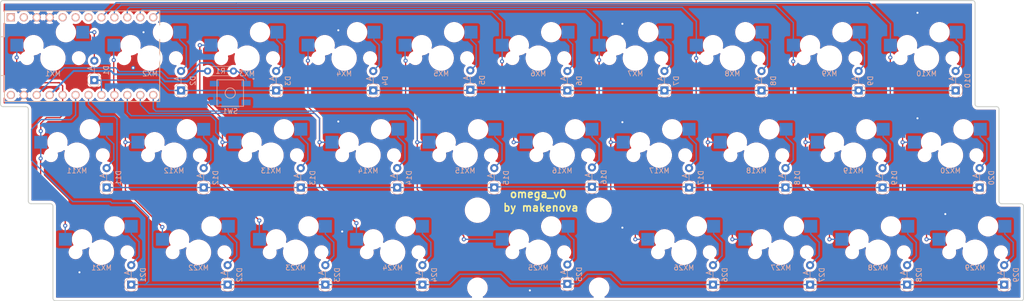
<source format=kicad_pcb>
(kicad_pcb (version 20171130) (host pcbnew "(5.1.4-0-10_14)")
  (layers (0 F.Cu signal hide) (31 B.Cu signal hide) (34 B.Paste user hide) (35 F.Paste user hide) (36 B.SilkS user hide) (37 F.SilkS user hide) (38 B.Mask user hide) (39 F.Mask user hide) (44 Edge.Cuts user))
  (net 0 "")
  (net 1 GND)
  (net 2 +5V)
  (net 3 "Net-(D1-Pad2)")
  (net 4 ROW0)
  (net 5 "Net-(D2-Pad2)")
  (net 6 "Net-(D3-Pad2)")
  (net 7 "Net-(D4-Pad2)")
  (net 8 "Net-(D5-Pad2)")
  (net 9 "Net-(D6-Pad2)")
  (net 10 "Net-(D7-Pad2)")
  (net 11 "Net-(D8-Pad2)")
  (net 12 "Net-(D9-Pad2)")
  (net 13 "Net-(D10-Pad2)")
  (net 14 "Net-(D11-Pad2)")
  (net 15 ROW1)
  (net 16 "Net-(D12-Pad2)")
  (net 17 "Net-(D13-Pad2)")
  (net 18 "Net-(D14-Pad2)")
  (net 19 "Net-(D15-Pad2)")
  (net 20 "Net-(D16-Pad2)")
  (net 21 "Net-(D17-Pad2)")
  (net 22 "Net-(D18-Pad2)")
  (net 23 "Net-(D19-Pad2)")
  (net 24 "Net-(D20-Pad2)")
  (net 25 "Net-(D21-Pad2)")
  (net 26 ROW2)
  (net 27 "Net-(D22-Pad2)")
  (net 28 "Net-(D23-Pad2)")
  (net 29 "Net-(D24-Pad2)")
  (net 30 "Net-(D25-Pad2)")
  (net 31 "Net-(D26-Pad2)")
  (net 32 "Net-(D27-Pad2)")
  (net 33 "Net-(D28-Pad2)")
  (net 34 "Net-(D29-Pad2)")
  (net 35 COL0)
  (net 36 COL1)
  (net 37 COL2)
  (net 38 COL3)
  (net 39 COL4)
  (net 40 COL5)
  (net 41 COL6)
  (net 42 COL7)
  (net 43 COL8)
  (net 44 COL9)
  (net 45 "Net-(R1-Pad2)")
  (net 46 "Net-(U1-Pad24)")
  (net 47 "Net-(U1-Pad6)")
  (net 48 "Net-(U1-Pad5)")
  (net 49 "Net-(U1-Pad2)")
  (net 50 "Net-(U1-Pad1)")
  (net 51 "Net-(U1-Pad7)")
  (module Resistor_THT:R_Axial_DIN0204_L3.6mm_D1.6mm_P5.08mm_Horizontal (layer B.Cu) (at 95.885 53.467)
    (fp_text reference R1 (at 2.54 0) (layer B.SilkS) (effects (justify mirror)))
    (fp_text value 10k)
    (pad 2 thru_hole oval (at 5.08 0) (size 1.4 1.4) (drill 0.7) (layers *.Cu *.Mask) (net 45 "Net-(R1-Pad2)"))
    (pad 1 thru_hole circle (at 0 0) (size 1.4 1.4) (drill 0.7) (layers *.Cu *.Mask) (net 2 +5V))
  )
  (module Diode_THT:D_DO-35_SOD27_P3.81mm_Vertical_AnodeUp (layer B.Cu) (at 252.222 95.377 90)
    (fp_text reference D29 (at 1.905 2.326371 90) (layer B.SilkS) (effects (justify mirror)))
    (fp_text value D_Small)
    (fp_text user A (at 2.31 -0.8 90) (layer B.SilkS) (effects (justify mirror)))
    (pad 2 thru_hole oval (at 3.81 0 90) (size 1.6 1.6) (drill 0.8) (layers *.Cu *.Mask) (net 34 "Net-(D29-Pad2)"))
    (pad 1 thru_hole rect (at 0 0 90) (size 1.6 1.6) (drill 0.8) (layers *.Cu *.Mask) (net 26 ROW2))
  )
  (module Diode_THT:D_DO-35_SOD27_P3.81mm_Vertical_AnodeUp (layer B.Cu) (at 233.172 95.377 90)
    (fp_text reference D28 (at 1.905 2.326371 90) (layer B.SilkS) (effects (justify mirror)))
    (fp_text value D_Small)
    (fp_text user A (at 2.31 -0.8 90) (layer B.SilkS) (effects (justify mirror)))
    (pad 2 thru_hole oval (at 3.81 0 90) (size 1.6 1.6) (drill 0.8) (layers *.Cu *.Mask) (net 33 "Net-(D28-Pad2)"))
    (pad 1 thru_hole rect (at 0 0 90) (size 1.6 1.6) (drill 0.8) (layers *.Cu *.Mask) (net 26 ROW2))
  )
  (module Diode_THT:D_DO-35_SOD27_P3.81mm_Vertical_AnodeUp (layer B.Cu) (at 214.122 95.377 90)
    (fp_text reference D27 (at 1.905 2.326371 90) (layer B.SilkS) (effects (justify mirror)))
    (fp_text value D_Small)
    (fp_text user A (at 2.31 -0.8 90) (layer B.SilkS) (effects (justify mirror)))
    (pad 2 thru_hole oval (at 3.81 0 90) (size 1.6 1.6) (drill 0.8) (layers *.Cu *.Mask) (net 32 "Net-(D27-Pad2)"))
    (pad 1 thru_hole rect (at 0 0 90) (size 1.6 1.6) (drill 0.8) (layers *.Cu *.Mask) (net 26 ROW2))
  )
  (module Diode_THT:D_DO-35_SOD27_P3.81mm_Vertical_AnodeUp (layer B.Cu) (at 195.072 95.377 90)
    (fp_text reference D26 (at 1.905 2.326371 90) (layer B.SilkS) (effects (justify mirror)))
    (fp_text value D_Small)
    (fp_text user A (at 2.31 -0.8 90) (layer B.SilkS) (effects (justify mirror)))
    (pad 2 thru_hole oval (at 3.81 0 90) (size 1.6 1.6) (drill 0.8) (layers *.Cu *.Mask) (net 31 "Net-(D26-Pad2)"))
    (pad 1 thru_hole rect (at 0 0 90) (size 1.6 1.6) (drill 0.8) (layers *.Cu *.Mask) (net 26 ROW2))
  )
  (module Diode_THT:D_DO-35_SOD27_P3.81mm_Vertical_AnodeUp (layer B.Cu) (at 166.497 95.25 90)
    (fp_text reference D25 (at 1.905 2.326371 90) (layer B.SilkS) (effects (justify mirror)))
    (fp_text value D_Small)
    (fp_text user A (at 2.31 -0.8 90) (layer B.SilkS) (effects (justify mirror)))
    (pad 2 thru_hole oval (at 3.81 0 90) (size 1.6 1.6) (drill 0.8) (layers *.Cu *.Mask) (net 30 "Net-(D25-Pad2)"))
    (pad 1 thru_hole rect (at 0 0 90) (size 1.6 1.6) (drill 0.8) (layers *.Cu *.Mask) (net 26 ROW2))
  )
  (module Diode_THT:D_DO-35_SOD27_P3.81mm_Vertical_AnodeUp (layer B.Cu) (at 138.049 95.377 90)
    (fp_text reference D24 (at 1.905 2.326371 90) (layer B.SilkS) (effects (justify mirror)))
    (fp_text value D_Small)
    (fp_text user A (at 2.31 -0.8 90) (layer B.SilkS) (effects (justify mirror)))
    (pad 2 thru_hole oval (at 3.81 0 90) (size 1.6 1.6) (drill 0.8) (layers *.Cu *.Mask) (net 29 "Net-(D24-Pad2)"))
    (pad 1 thru_hole rect (at 0 0 90) (size 1.6 1.6) (drill 0.8) (layers *.Cu *.Mask) (net 26 ROW2))
  )
  (module Diode_THT:D_DO-35_SOD27_P3.81mm_Vertical_AnodeUp (layer B.Cu) (at 118.999 95.377 90)
    (fp_text reference D23 (at 1.905 2.326371 90) (layer B.SilkS) (effects (justify mirror)))
    (fp_text value D_Small)
    (fp_text user A (at 2.31 -0.8 90) (layer B.SilkS) (effects (justify mirror)))
    (pad 2 thru_hole oval (at 3.81 0 90) (size 1.6 1.6) (drill 0.8) (layers *.Cu *.Mask) (net 28 "Net-(D23-Pad2)"))
    (pad 1 thru_hole rect (at 0 0 90) (size 1.6 1.6) (drill 0.8) (layers *.Cu *.Mask) (net 26 ROW2))
  )
  (module Diode_THT:D_DO-35_SOD27_P3.81mm_Vertical_AnodeUp (layer B.Cu) (at 99.822 95.377 90)
    (fp_text reference D22 (at 1.905 2.326371 90) (layer B.SilkS) (effects (justify mirror)))
    (fp_text value D_Small)
    (fp_text user A (at 2.31 -0.8 90) (layer B.SilkS) (effects (justify mirror)))
    (pad 2 thru_hole oval (at 3.81 0 90) (size 1.6 1.6) (drill 0.8) (layers *.Cu *.Mask) (net 27 "Net-(D22-Pad2)"))
    (pad 1 thru_hole rect (at 0 0 90) (size 1.6 1.6) (drill 0.8) (layers *.Cu *.Mask) (net 26 ROW2))
  )
  (module Diode_THT:D_DO-35_SOD27_P3.81mm_Vertical_AnodeUp (layer B.Cu) (at 80.899 95.377 90)
    (fp_text reference D21 (at 1.905 2.326371 90) (layer B.SilkS) (effects (justify mirror)))
    (fp_text value D_Small)
    (fp_text user A (at 2.31 -0.8 90) (layer B.SilkS) (effects (justify mirror)))
    (pad 2 thru_hole oval (at 3.81 0 90) (size 1.6 1.6) (drill 0.8) (layers *.Cu *.Mask) (net 25 "Net-(D21-Pad2)"))
    (pad 1 thru_hole rect (at 0 0 90) (size 1.6 1.6) (drill 0.8) (layers *.Cu *.Mask) (net 26 ROW2))
  )
  (module Diode_THT:D_DO-35_SOD27_P3.81mm_Vertical_AnodeUp (layer B.Cu) (at 247.396 76.327 90)
    (fp_text reference D20 (at 1.905 2.326371 90) (layer B.SilkS) (effects (justify mirror)))
    (fp_text value D_Small)
    (fp_text user A (at 2.31 -0.8 90) (layer B.SilkS) (effects (justify mirror)))
    (pad 2 thru_hole oval (at 3.81 0 90) (size 1.6 1.6) (drill 0.8) (layers *.Cu *.Mask) (net 24 "Net-(D20-Pad2)"))
    (pad 1 thru_hole rect (at 0 0 90) (size 1.6 1.6) (drill 0.8) (layers *.Cu *.Mask) (net 15 ROW1))
  )
  (module Diode_THT:D_DO-35_SOD27_P3.81mm_Vertical_AnodeUp (layer B.Cu) (at 228.346 76.327 90)
    (fp_text reference D19 (at 1.905 2.326371 90) (layer B.SilkS) (effects (justify mirror)))
    (fp_text value D_Small)
    (fp_text user A (at 2.31 -0.8 90) (layer B.SilkS) (effects (justify mirror)))
    (pad 2 thru_hole oval (at 3.81 0 90) (size 1.6 1.6) (drill 0.8) (layers *.Cu *.Mask) (net 23 "Net-(D19-Pad2)"))
    (pad 1 thru_hole rect (at 0 0 90) (size 1.6 1.6) (drill 0.8) (layers *.Cu *.Mask) (net 15 ROW1))
  )
  (module Diode_THT:D_DO-35_SOD27_P3.81mm_Vertical_AnodeUp (layer B.Cu) (at 209.296 76.327 90)
    (fp_text reference D18 (at 1.905 2.326371 90) (layer B.SilkS) (effects (justify mirror)))
    (fp_text value D_Small)
    (fp_text user A (at 2.31 -0.8 90) (layer B.SilkS) (effects (justify mirror)))
    (pad 2 thru_hole oval (at 3.81 0 90) (size 1.6 1.6) (drill 0.8) (layers *.Cu *.Mask) (net 22 "Net-(D18-Pad2)"))
    (pad 1 thru_hole rect (at 0 0 90) (size 1.6 1.6) (drill 0.8) (layers *.Cu *.Mask) (net 15 ROW1))
  )
  (module Diode_THT:D_DO-35_SOD27_P3.81mm_Vertical_AnodeUp (layer B.Cu) (at 190.373 76.327 90)
    (fp_text reference D17 (at 1.905 2.326371 90) (layer B.SilkS) (effects (justify mirror)))
    (fp_text value D_Small)
    (fp_text user A (at 2.31 -0.8 90) (layer B.SilkS) (effects (justify mirror)))
    (pad 2 thru_hole oval (at 3.81 0 90) (size 1.6 1.6) (drill 0.8) (layers *.Cu *.Mask) (net 21 "Net-(D17-Pad2)"))
    (pad 1 thru_hole rect (at 0 0 90) (size 1.6 1.6) (drill 0.8) (layers *.Cu *.Mask) (net 15 ROW1))
  )
  (module Diode_THT:D_DO-35_SOD27_P3.81mm_Vertical_AnodeUp (layer B.Cu) (at 171.323 76.2 90)
    (fp_text reference D16 (at 1.905 2.326371 90) (layer B.SilkS) (effects (justify mirror)))
    (fp_text value D_Small)
    (fp_text user A (at 2.31 -0.8 90) (layer B.SilkS) (effects (justify mirror)))
    (pad 2 thru_hole oval (at 3.81 0 90) (size 1.6 1.6) (drill 0.8) (layers *.Cu *.Mask) (net 20 "Net-(D16-Pad2)"))
    (pad 1 thru_hole rect (at 0 0 90) (size 1.6 1.6) (drill 0.8) (layers *.Cu *.Mask) (net 15 ROW1))
  )
  (module Diode_THT:D_DO-35_SOD27_P3.81mm_Vertical_AnodeUp (layer B.Cu) (at 152.146 76.327 90)
    (fp_text reference D15 (at 1.905 2.326371 90) (layer B.SilkS) (effects (justify mirror)))
    (fp_text value D_Small)
    (fp_text user A (at 2.31 -0.8 90) (layer B.SilkS) (effects (justify mirror)))
    (pad 2 thru_hole oval (at 3.81 0 90) (size 1.6 1.6) (drill 0.8) (layers *.Cu *.Mask) (net 19 "Net-(D15-Pad2)"))
    (pad 1 thru_hole rect (at 0 0 90) (size 1.6 1.6) (drill 0.8) (layers *.Cu *.Mask) (net 15 ROW1))
  )
  (module Diode_THT:D_DO-35_SOD27_P3.81mm_Vertical_AnodeUp (layer B.Cu) (at 133.096 76.327 90)
    (fp_text reference D14 (at 1.905 2.326371 90) (layer B.SilkS) (effects (justify mirror)))
    (fp_text value D_Small)
    (fp_text user A (at 2.31 -0.8 90) (layer B.SilkS) (effects (justify mirror)))
    (pad 2 thru_hole oval (at 3.81 0 90) (size 1.6 1.6) (drill 0.8) (layers *.Cu *.Mask) (net 18 "Net-(D14-Pad2)"))
    (pad 1 thru_hole rect (at 0 0 90) (size 1.6 1.6) (drill 0.8) (layers *.Cu *.Mask) (net 15 ROW1))
  )
  (module Diode_THT:D_DO-35_SOD27_P3.81mm_Vertical_AnodeUp (layer B.Cu) (at 114.173 76.327 90)
    (fp_text reference D13 (at 1.905 2.326371 90) (layer B.SilkS) (effects (justify mirror)))
    (fp_text value D_Small)
    (fp_text user A (at 2.31 -0.8 90) (layer B.SilkS) (effects (justify mirror)))
    (pad 2 thru_hole oval (at 3.81 0 90) (size 1.6 1.6) (drill 0.8) (layers *.Cu *.Mask) (net 17 "Net-(D13-Pad2)"))
    (pad 1 thru_hole rect (at 0 0 90) (size 1.6 1.6) (drill 0.8) (layers *.Cu *.Mask) (net 15 ROW1))
  )
  (module Diode_THT:D_DO-35_SOD27_P3.81mm_Vertical_AnodeUp (layer B.Cu) (at 95.123 76.327 90)
    (fp_text reference D12 (at 1.905 2.326371 90) (layer B.SilkS) (effects (justify mirror)))
    (fp_text value D_Small)
    (fp_text user A (at 2.31 -0.8 90) (layer B.SilkS) (effects (justify mirror)))
    (pad 2 thru_hole oval (at 3.81 0 90) (size 1.6 1.6) (drill 0.8) (layers *.Cu *.Mask) (net 16 "Net-(D12-Pad2)"))
    (pad 1 thru_hole rect (at 0 0 90) (size 1.6 1.6) (drill 0.8) (layers *.Cu *.Mask) (net 15 ROW1))
  )
  (module Diode_THT:D_DO-35_SOD27_P3.81mm_Vertical_AnodeUp (layer B.Cu) (at 76.073 76.327 90)
    (fp_text reference D11 (at 1.905 2.326371 90) (layer B.SilkS) (effects (justify mirror)))
    (fp_text value D_Small)
    (fp_text user A (at 2.31 -0.8 90) (layer B.SilkS) (effects (justify mirror)))
    (pad 2 thru_hole oval (at 3.81 0 90) (size 1.6 1.6) (drill 0.8) (layers *.Cu *.Mask) (net 14 "Net-(D11-Pad2)"))
    (pad 1 thru_hole rect (at 0 0 90) (size 1.6 1.6) (drill 0.8) (layers *.Cu *.Mask) (net 15 ROW1))
  )
  (module Diode_THT:D_DO-35_SOD27_P3.81mm_Vertical_AnodeUp (layer B.Cu) (at 242.697 57.277 90)
    (fp_text reference D10 (at 1.905 2.326371 90) (layer B.SilkS) (effects (justify mirror)))
    (fp_text value D_Small)
    (fp_text user A (at 2.31 -0.8 90) (layer B.SilkS) (effects (justify mirror)))
    (pad 2 thru_hole oval (at 3.81 0 90) (size 1.6 1.6) (drill 0.8) (layers *.Cu *.Mask) (net 13 "Net-(D10-Pad2)"))
    (pad 1 thru_hole rect (at 0 0 90) (size 1.6 1.6) (drill 0.8) (layers *.Cu *.Mask) (net 4 ROW0))
  )
  (module Diode_THT:D_DO-35_SOD27_P3.81mm_Vertical_AnodeUp (layer B.Cu) (at 223.647 57.277 90)
    (fp_text reference D9 (at 1.905 2.326371 90) (layer B.SilkS) (effects (justify mirror)))
    (fp_text value D_Small)
    (fp_text user A (at 2.31 -0.8 90) (layer B.SilkS) (effects (justify mirror)))
    (pad 2 thru_hole oval (at 3.81 0 90) (size 1.6 1.6) (drill 0.8) (layers *.Cu *.Mask) (net 12 "Net-(D9-Pad2)"))
    (pad 1 thru_hole rect (at 0 0 90) (size 1.6 1.6) (drill 0.8) (layers *.Cu *.Mask) (net 4 ROW0))
  )
  (module Diode_THT:D_DO-35_SOD27_P3.81mm_Vertical_AnodeUp (layer B.Cu) (at 204.597 57.277 90)
    (fp_text reference D8 (at 1.905 2.326371 90) (layer B.SilkS) (effects (justify mirror)))
    (fp_text value D_Small)
    (fp_text user A (at 2.31 -0.8 90) (layer B.SilkS) (effects (justify mirror)))
    (pad 2 thru_hole oval (at 3.81 0 90) (size 1.6 1.6) (drill 0.8) (layers *.Cu *.Mask) (net 11 "Net-(D8-Pad2)"))
    (pad 1 thru_hole rect (at 0 0 90) (size 1.6 1.6) (drill 0.8) (layers *.Cu *.Mask) (net 4 ROW0))
  )
  (module Diode_THT:D_DO-35_SOD27_P3.81mm_Vertical_AnodeUp (layer B.Cu) (at 185.547 57.277 90)
    (fp_text reference D7 (at 1.905 2.326371 90) (layer B.SilkS) (effects (justify mirror)))
    (fp_text value D_Small)
    (fp_text user A (at 2.31 -0.8 90) (layer B.SilkS) (effects (justify mirror)))
    (pad 2 thru_hole oval (at 3.81 0 90) (size 1.6 1.6) (drill 0.8) (layers *.Cu *.Mask) (net 10 "Net-(D7-Pad2)"))
    (pad 1 thru_hole rect (at 0 0 90) (size 1.6 1.6) (drill 0.8) (layers *.Cu *.Mask) (net 4 ROW0))
  )
  (module Diode_THT:D_DO-35_SOD27_P3.81mm_Vertical_AnodeUp (layer B.Cu) (at 166.497 57.277 90)
    (fp_text reference D6 (at 1.905 2.326371 90) (layer B.SilkS) (effects (justify mirror)))
    (fp_text value D_Small)
    (fp_text user A (at 2.31 -0.8 90) (layer B.SilkS) (effects (justify mirror)))
    (pad 2 thru_hole oval (at 3.81 0 90) (size 1.6 1.6) (drill 0.8) (layers *.Cu *.Mask) (net 9 "Net-(D6-Pad2)"))
    (pad 1 thru_hole rect (at 0 0 90) (size 1.6 1.6) (drill 0.8) (layers *.Cu *.Mask) (net 4 ROW0))
  )
  (module Diode_THT:D_DO-35_SOD27_P3.81mm_Vertical_AnodeUp (layer B.Cu) (at 147.447 57.15 90)
    (fp_text reference D5 (at 1.905 2.326371 90) (layer B.SilkS) (effects (justify mirror)))
    (fp_text value D_Small)
    (fp_text user A (at 2.31 -0.8 90) (layer B.SilkS) (effects (justify mirror)))
    (pad 2 thru_hole oval (at 3.81 0 90) (size 1.6 1.6) (drill 0.8) (layers *.Cu *.Mask) (net 8 "Net-(D5-Pad2)"))
    (pad 1 thru_hole rect (at 0 0 90) (size 1.6 1.6) (drill 0.8) (layers *.Cu *.Mask) (net 4 ROW0))
  )
  (module Diode_THT:D_DO-35_SOD27_P3.81mm_Vertical_AnodeUp (layer B.Cu) (at 128.397 57.277 90)
    (fp_text reference D4 (at 1.905 2.326371 90) (layer B.SilkS) (effects (justify mirror)))
    (fp_text value D_Small)
    (fp_text user A (at 2.31 -0.8 90) (layer B.SilkS) (effects (justify mirror)))
    (pad 2 thru_hole oval (at 3.81 0 90) (size 1.6 1.6) (drill 0.8) (layers *.Cu *.Mask) (net 7 "Net-(D4-Pad2)"))
    (pad 1 thru_hole rect (at 0 0 90) (size 1.6 1.6) (drill 0.8) (layers *.Cu *.Mask) (net 4 ROW0))
  )
  (module Diode_THT:D_DO-35_SOD27_P3.81mm_Vertical_AnodeUp (layer B.Cu) (at 109.347 57.277 90)
    (fp_text reference D3 (at 1.905 2.326371 90) (layer B.SilkS) (effects (justify mirror)))
    (fp_text value D_Small)
    (fp_text user A (at 2.31 -0.8 90) (layer B.SilkS) (effects (justify mirror)))
    (pad 2 thru_hole oval (at 3.81 0 90) (size 1.6 1.6) (drill 0.8) (layers *.Cu *.Mask) (net 6 "Net-(D3-Pad2)"))
    (pad 1 thru_hole rect (at 0 0 90) (size 1.6 1.6) (drill 0.8) (layers *.Cu *.Mask) (net 4 ROW0))
  )
  (module Diode_THT:D_DO-35_SOD27_P3.81mm_Vertical_AnodeUp (layer B.Cu) (at 90.678 57.277 90)
    (fp_text reference D2 (at 1.905 2.326371 90) (layer B.SilkS) (effects (justify mirror)))
    (fp_text value D_Small)
    (fp_text user A (at 2.31 -0.8 90) (layer B.SilkS) (effects (justify mirror)))
    (pad 2 thru_hole oval (at 3.81 0 90) (size 1.6 1.6) (drill 0.8) (layers *.Cu *.Mask) (net 5 "Net-(D2-Pad2)"))
    (pad 1 thru_hole rect (at 0 0 90) (size 1.6 1.6) (drill 0.8) (layers *.Cu *.Mask) (net 4 ROW0))
  )
  (module Diode_THT:D_DO-35_SOD27_P3.81mm_Vertical_AnodeUp (layer B.Cu) (at 73.66 55.245 90)
    (fp_text reference D1 (at 1.905 2.326371 90) (layer B.SilkS) (effects (justify mirror)))
    (fp_text value D_Small)
    (fp_text user A (at 2.31 -0.8 90) (layer B.SilkS) (effects (justify mirror)))
    (pad 2 thru_hole oval (at 3.81 0 90) (size 1.6 1.6) (drill 0.8) (layers *.Cu *.Mask) (net 3 "Net-(D1-Pad2)"))
    (pad 1 thru_hole rect (at 0 0 90) (size 1.6 1.6) (drill 0.8) (layers *.Cu *.Mask) (net 4 ROW0))
  )
  (module promicro:ProMicro (layer B.Cu) (at 71.247 50.546)
    (fp_text reference U1 hide)
    (fp_text value ProMicro)
    (pad 24 thru_hole circle (at -13.97 7.62) (size 1.6 1.6) (drill 1.1) (layers *.Cu *.Mask B.SilkS) (net 46 "Net-(U1-Pad24)"))
    (pad 23 thru_hole circle (at -11.43 7.62) (size 1.6 1.6) (drill 1.1) (layers *.Cu *.Mask B.SilkS) (net 1 GND))
    (pad 22 thru_hole circle (at -8.89 7.62) (size 1.6 1.6) (drill 1.1) (layers *.Cu *.Mask B.SilkS) (net 45 "Net-(R1-Pad2)"))
    (pad 21 thru_hole circle (at -6.35 7.62) (size 1.6 1.6) (drill 1.1) (layers *.Cu *.Mask B.SilkS) (net 2 +5V))
    (pad 20 thru_hole circle (at -3.81 7.62) (size 1.6 1.6) (drill 1.1) (layers *.Cu *.Mask B.SilkS) (net 35 COL0))
    (pad 19 thru_hole circle (at -1.27 7.62) (size 1.6 1.6) (drill 1.1) (layers *.Cu *.Mask B.SilkS) (net 26 ROW2))
    (pad 18 thru_hole circle (at 1.27 7.62) (size 1.6 1.6) (drill 1.1) (layers *.Cu *.Mask B.SilkS) (net 15 ROW1))
    (pad 17 thru_hole circle (at 3.81 7.62) (size 1.6 1.6) (drill 1.1) (layers *.Cu *.Mask B.SilkS) (net 4 ROW0))
    (pad 16 thru_hole circle (at 6.35 7.62) (size 1.6 1.6) (drill 1.1) (layers *.Cu *.Mask B.SilkS) (net 36 COL1))
    (pad 15 thru_hole circle (at 8.89 7.62) (size 1.6 1.6) (drill 1.1) (layers *.Cu *.Mask B.SilkS) (net 37 COL2))
    (pad 14 thru_hole circle (at 11.43 7.62) (size 1.6 1.6) (drill 1.1) (layers *.Cu *.Mask B.SilkS) (net 38 COL3))
    (pad 13 thru_hole circle (at 13.97 7.62) (size 1.6 1.6) (drill 1.1) (layers *.Cu *.Mask B.SilkS) (net 39 COL4))
    (pad 12 thru_hole circle (at 13.97 -7.62) (size 1.6 1.6) (drill 1.1) (layers *.Cu *.Mask B.SilkS) (net 40 COL5))
    (pad 11 thru_hole circle (at 11.43 -7.62) (size 1.6 1.6) (drill 1.1) (layers *.Cu *.Mask B.SilkS) (net 41 COL6))
    (pad 10 thru_hole circle (at 8.89 -7.62) (size 1.6 1.6) (drill 1.1) (layers *.Cu *.Mask B.SilkS) (net 42 COL7))
    (pad 9 thru_hole circle (at 6.35 -7.62) (size 1.6 1.6) (drill 1.1) (layers *.Cu *.Mask B.SilkS) (net 43 COL8))
    (pad 8 thru_hole circle (at 3.81 -7.62) (size 1.6 1.6) (drill 1.1) (layers *.Cu *.Mask B.SilkS) (net 44 COL9))
    (pad 7 thru_hole circle (at 1.27 -7.62) (size 1.6 1.6) (drill 1.1) (layers *.Cu *.Mask B.SilkS) (net 51 "Net-(U1-Pad7)"))
    (pad 6 thru_hole circle (at -1.27 -7.62) (size 1.6 1.6) (drill 1.1) (layers *.Cu *.Mask B.SilkS) (net 47 "Net-(U1-Pad6)"))
    (pad 5 thru_hole circle (at -3.81 -7.62) (size 1.6 1.6) (drill 1.1) (layers *.Cu *.Mask B.SilkS) (net 48 "Net-(U1-Pad5)"))
    (pad 4 thru_hole circle (at -6.35 -7.62) (size 1.6 1.6) (drill 1.1) (layers *.Cu *.Mask B.SilkS) (net 1 GND))
    (pad 3 thru_hole circle (at -8.89 -7.62) (size 1.6 1.6) (drill 1.1) (layers *.Cu *.Mask B.SilkS) (net 1 GND))
    (pad 2 thru_hole circle (at -11.43 -7.62) (size 1.6 1.6) (drill 1.1) (layers *.Cu *.Mask B.SilkS) (net 49 "Net-(U1-Pad2)"))
    (pad 1 thru_hole rect (at -13.97 -7.62) (size 1.6 1.6) (drill 1.1) (layers *.Cu *.Mask B.SilkS) (net 50 "Net-(U1-Pad1)"))
  )
  (module random-keyboard-parts:SKQG-1155865 (layer B.Cu) (at 100.33 57.785)
    (fp_text reference SW1 (at 0 3.556) (layer B.SilkS) (effects (justify mirror)))
    (fp_text value SW_Push)
    (pad 1 smd rect (at 3.1 -1.85) (size 1.8 1.1) (layers B.Cu B.Paste B.Mask) (net 45 "Net-(R1-Pad2)"))
    (pad 2 smd rect (at -3.1 1.85) (size 1.8 1.1) (layers B.Cu B.Paste B.Mask) (net 1 GND))
    (pad 3 smd rect (at 3.1 1.85) (size 1.8 1.1) (layers B.Cu B.Paste B.Mask))
    (pad 4 smd rect (at -3.1 -1.85) (size 1.8 1.1) (layers B.Cu B.Paste B.Mask))
  )
  (module MX_Only:MXOnly-1U-Hotswap (layer F.Cu) (at 246.507 89.027)
    (fp_text reference MX29)
    (fp_text value MX-NoLED)
    (fp_text user %R (at 0 3.048) (layer B.SilkS) (effects (justify mirror)))
    (pad "" np_thru_hole circle (at 2.54 -5.08) (size 3 3) (drill 3) (layers *.Cu *.Mask))
    (pad "" np_thru_hole circle (at 0 0) (size 3.9878 3.9878) (drill 3.9878) (layers *.Cu *.Mask))
    (pad "" np_thru_hole circle (at -3.81 -2.54) (size 3 3) (drill 3) (layers *.Cu *.Mask))
    (pad "" np_thru_hole circle (at -5.08 0 48.0996) (size 1.75 1.75) (drill 1.75) (layers *.Cu *.Mask))
    (pad "" np_thru_hole circle (at 5.08 0 48.0996) (size 1.75 1.75) (drill 1.75) (layers *.Cu *.Mask))
    (pad 1 smd rect (at -7.085 -2.54) (size 2.55 2.5) (layers B.Cu B.Paste B.Mask) (net 44 COL9))
    (pad 2 smd rect (at 5.842 -5.08) (size 2.55 2.5) (layers B.Cu B.Paste B.Mask) (net 34 "Net-(D29-Pad2)"))
  )
  (module MX_Only:MXOnly-1U-Hotswap (layer F.Cu) (at 227.457 89.027)
    (fp_text reference MX28)
    (fp_text value MX-NoLED)
    (fp_text user %R (at 0 3.048) (layer B.SilkS) (effects (justify mirror)))
    (pad "" np_thru_hole circle (at 2.54 -5.08) (size 3 3) (drill 3) (layers *.Cu *.Mask))
    (pad "" np_thru_hole circle (at 0 0) (size 3.9878 3.9878) (drill 3.9878) (layers *.Cu *.Mask))
    (pad "" np_thru_hole circle (at -3.81 -2.54) (size 3 3) (drill 3) (layers *.Cu *.Mask))
    (pad "" np_thru_hole circle (at -5.08 0 48.0996) (size 1.75 1.75) (drill 1.75) (layers *.Cu *.Mask))
    (pad "" np_thru_hole circle (at 5.08 0 48.0996) (size 1.75 1.75) (drill 1.75) (layers *.Cu *.Mask))
    (pad 1 smd rect (at -7.085 -2.54) (size 2.55 2.5) (layers B.Cu B.Paste B.Mask) (net 43 COL8))
    (pad 2 smd rect (at 5.842 -5.08) (size 2.55 2.5) (layers B.Cu B.Paste B.Mask) (net 33 "Net-(D28-Pad2)"))
  )
  (module MX_Only:MXOnly-1U-Hotswap (layer F.Cu) (at 208.407 89.027)
    (fp_text reference MX27)
    (fp_text value MX-NoLED)
    (fp_text user %R (at 0 3.048) (layer B.SilkS) (effects (justify mirror)))
    (pad "" np_thru_hole circle (at 2.54 -5.08) (size 3 3) (drill 3) (layers *.Cu *.Mask))
    (pad "" np_thru_hole circle (at 0 0) (size 3.9878 3.9878) (drill 3.9878) (layers *.Cu *.Mask))
    (pad "" np_thru_hole circle (at -3.81 -2.54) (size 3 3) (drill 3) (layers *.Cu *.Mask))
    (pad "" np_thru_hole circle (at -5.08 0 48.0996) (size 1.75 1.75) (drill 1.75) (layers *.Cu *.Mask))
    (pad "" np_thru_hole circle (at 5.08 0 48.0996) (size 1.75 1.75) (drill 1.75) (layers *.Cu *.Mask))
    (pad 1 smd rect (at -7.085 -2.54) (size 2.55 2.5) (layers B.Cu B.Paste B.Mask) (net 42 COL7))
    (pad 2 smd rect (at 5.842 -5.08) (size 2.55 2.5) (layers B.Cu B.Paste B.Mask) (net 32 "Net-(D27-Pad2)"))
  )
  (module MX_Only:MXOnly-1U-Hotswap (layer F.Cu) (at 189.357 89.027)
    (fp_text reference MX26)
    (fp_text value MX-NoLED)
    (fp_text user %R (at 0 3.048) (layer B.SilkS) (effects (justify mirror)))
    (pad "" np_thru_hole circle (at 2.54 -5.08) (size 3 3) (drill 3) (layers *.Cu *.Mask))
    (pad "" np_thru_hole circle (at 0 0) (size 3.9878 3.9878) (drill 3.9878) (layers *.Cu *.Mask))
    (pad "" np_thru_hole circle (at -3.81 -2.54) (size 3 3) (drill 3) (layers *.Cu *.Mask))
    (pad "" np_thru_hole circle (at -5.08 0 48.0996) (size 1.75 1.75) (drill 1.75) (layers *.Cu *.Mask))
    (pad "" np_thru_hole circle (at 5.08 0 48.0996) (size 1.75 1.75) (drill 1.75) (layers *.Cu *.Mask))
    (pad 1 smd rect (at -7.085 -2.54) (size 2.55 2.5) (layers B.Cu B.Paste B.Mask) (net 41 COL6))
    (pad 2 smd rect (at 5.842 -5.08) (size 2.55 2.5) (layers B.Cu B.Paste B.Mask) (net 31 "Net-(D26-Pad2)"))
  )
  (module MX_Only:MXOnly-2U-Hotswap-ReversedStabilizers (layer F.Cu) (at 160.782 89.027)
    (fp_text reference MX25)
    (fp_text value MX-NoLED)
    (fp_text user %R (at 0 3.048) (layer B.SilkS) (effects (justify mirror)))
    (pad "" np_thru_hole circle (at 2.54 -5.08) (size 3 3) (drill 3) (layers *.Cu *.Mask))
    (pad "" np_thru_hole circle (at 0 0) (size 3.9878 3.9878) (drill 3.9878) (layers *.Cu *.Mask))
    (pad "" np_thru_hole circle (at -3.81 -2.54) (size 3 3) (drill 3) (layers *.Cu *.Mask))
    (pad "" np_thru_hole circle (at -5.08 0 48.0996) (size 1.75 1.75) (drill 1.75) (layers *.Cu *.Mask))
    (pad "" np_thru_hole circle (at 5.08 0 48.0996) (size 1.75 1.75) (drill 1.75) (layers *.Cu *.Mask))
    (pad 1 smd rect (at -7.085 -2.54) (size 2.55 2.5) (layers B.Cu B.Paste B.Mask) (net 39 COL4))
    (pad 2 smd rect (at 5.842 -5.08) (size 2.55 2.5) (layers B.Cu B.Paste B.Mask) (net 30 "Net-(D25-Pad2)"))
    (pad "" np_thru_hole circle (at 11.938 6.985) (size 3.048 3.048) (drill 3.048) (layers *.Cu *.Mask))
    (pad "" np_thru_hole circle (at -11.938 6.985) (size 3.048 3.048) (drill 3.048) (layers *.Cu *.Mask))
    (pad "" np_thru_hole circle (at 11.938 -8.255) (size 3.9878 3.9878) (drill 3.9878) (layers *.Cu *.Mask))
    (pad "" np_thru_hole circle (at -11.938 -8.255) (size 3.9878 3.9878) (drill 3.9878) (layers *.Cu *.Mask))
  )
  (module MX_Only:MXOnly-1U-Hotswap (layer F.Cu) (at 132.207 89.027)
    (fp_text reference MX24)
    (fp_text value MX-NoLED)
    (fp_text user %R (at 0 3.048) (layer B.SilkS) (effects (justify mirror)))
    (pad "" np_thru_hole circle (at 2.54 -5.08) (size 3 3) (drill 3) (layers *.Cu *.Mask))
    (pad "" np_thru_hole circle (at 0 0) (size 3.9878 3.9878) (drill 3.9878) (layers *.Cu *.Mask))
    (pad "" np_thru_hole circle (at -3.81 -2.54) (size 3 3) (drill 3) (layers *.Cu *.Mask))
    (pad "" np_thru_hole circle (at -5.08 0 48.0996) (size 1.75 1.75) (drill 1.75) (layers *.Cu *.Mask))
    (pad "" np_thru_hole circle (at 5.08 0 48.0996) (size 1.75 1.75) (drill 1.75) (layers *.Cu *.Mask))
    (pad 1 smd rect (at -7.085 -2.54) (size 2.55 2.5) (layers B.Cu B.Paste B.Mask) (net 38 COL3))
    (pad 2 smd rect (at 5.842 -5.08) (size 2.55 2.5) (layers B.Cu B.Paste B.Mask) (net 29 "Net-(D24-Pad2)"))
  )
  (module MX_Only:MXOnly-1U-Hotswap (layer F.Cu) (at 113.157 89.027)
    (fp_text reference MX23)
    (fp_text value MX-NoLED)
    (fp_text user %R (at 0 3.048) (layer B.SilkS) (effects (justify mirror)))
    (pad "" np_thru_hole circle (at 2.54 -5.08) (size 3 3) (drill 3) (layers *.Cu *.Mask))
    (pad "" np_thru_hole circle (at 0 0) (size 3.9878 3.9878) (drill 3.9878) (layers *.Cu *.Mask))
    (pad "" np_thru_hole circle (at -3.81 -2.54) (size 3 3) (drill 3) (layers *.Cu *.Mask))
    (pad "" np_thru_hole circle (at -5.08 0 48.0996) (size 1.75 1.75) (drill 1.75) (layers *.Cu *.Mask))
    (pad "" np_thru_hole circle (at 5.08 0 48.0996) (size 1.75 1.75) (drill 1.75) (layers *.Cu *.Mask))
    (pad 1 smd rect (at -7.085 -2.54) (size 2.55 2.5) (layers B.Cu B.Paste B.Mask) (net 37 COL2))
    (pad 2 smd rect (at 5.842 -5.08) (size 2.55 2.5) (layers B.Cu B.Paste B.Mask) (net 28 "Net-(D23-Pad2)"))
  )
  (module MX_Only:MXOnly-1U-Hotswap (layer F.Cu) (at 94.107 89.027)
    (fp_text reference MX22)
    (fp_text value MX-NoLED)
    (fp_text user %R (at 0 3.048) (layer B.SilkS) (effects (justify mirror)))
    (pad "" np_thru_hole circle (at 2.54 -5.08) (size 3 3) (drill 3) (layers *.Cu *.Mask))
    (pad "" np_thru_hole circle (at 0 0) (size 3.9878 3.9878) (drill 3.9878) (layers *.Cu *.Mask))
    (pad "" np_thru_hole circle (at -3.81 -2.54) (size 3 3) (drill 3) (layers *.Cu *.Mask))
    (pad "" np_thru_hole circle (at -5.08 0 48.0996) (size 1.75 1.75) (drill 1.75) (layers *.Cu *.Mask))
    (pad "" np_thru_hole circle (at 5.08 0 48.0996) (size 1.75 1.75) (drill 1.75) (layers *.Cu *.Mask))
    (pad 1 smd rect (at -7.085 -2.54) (size 2.55 2.5) (layers B.Cu B.Paste B.Mask) (net 36 COL1))
    (pad 2 smd rect (at 5.842 -5.08) (size 2.55 2.5) (layers B.Cu B.Paste B.Mask) (net 27 "Net-(D22-Pad2)"))
  )
  (module MX_Only:MXOnly-1U-Hotswap (layer F.Cu) (at 75.057 89.027)
    (fp_text reference MX21)
    (fp_text value MX-NoLED)
    (fp_text user %R (at 0 3.048) (layer B.SilkS) (effects (justify mirror)))
    (pad "" np_thru_hole circle (at 2.54 -5.08) (size 3 3) (drill 3) (layers *.Cu *.Mask))
    (pad "" np_thru_hole circle (at 0 0) (size 3.9878 3.9878) (drill 3.9878) (layers *.Cu *.Mask))
    (pad "" np_thru_hole circle (at -3.81 -2.54) (size 3 3) (drill 3) (layers *.Cu *.Mask))
    (pad "" np_thru_hole circle (at -5.08 0 48.0996) (size 1.75 1.75) (drill 1.75) (layers *.Cu *.Mask))
    (pad "" np_thru_hole circle (at 5.08 0 48.0996) (size 1.75 1.75) (drill 1.75) (layers *.Cu *.Mask))
    (pad 1 smd rect (at -7.085 -2.54) (size 2.55 2.5) (layers B.Cu B.Paste B.Mask) (net 35 COL0))
    (pad 2 smd rect (at 5.842 -5.08) (size 2.55 2.5) (layers B.Cu B.Paste B.Mask) (net 25 "Net-(D21-Pad2)"))
  )
  (module MX_Only:MXOnly-1U-Hotswap (layer F.Cu) (at 241.681 69.977)
    (fp_text reference MX20)
    (fp_text value MX-NoLED)
    (fp_text user %R (at 0 3.048) (layer B.SilkS) (effects (justify mirror)))
    (pad "" np_thru_hole circle (at 2.54 -5.08) (size 3 3) (drill 3) (layers *.Cu *.Mask))
    (pad "" np_thru_hole circle (at 0 0) (size 3.9878 3.9878) (drill 3.9878) (layers *.Cu *.Mask))
    (pad "" np_thru_hole circle (at -3.81 -2.54) (size 3 3) (drill 3) (layers *.Cu *.Mask))
    (pad "" np_thru_hole circle (at -5.08 0 48.0996) (size 1.75 1.75) (drill 1.75) (layers *.Cu *.Mask))
    (pad "" np_thru_hole circle (at 5.08 0 48.0996) (size 1.75 1.75) (drill 1.75) (layers *.Cu *.Mask))
    (pad 1 smd rect (at -7.085 -2.54) (size 2.55 2.5) (layers B.Cu B.Paste B.Mask) (net 44 COL9))
    (pad 2 smd rect (at 5.842 -5.08) (size 2.55 2.5) (layers B.Cu B.Paste B.Mask) (net 24 "Net-(D20-Pad2)"))
  )
  (module MX_Only:MXOnly-1U-Hotswap (layer F.Cu) (at 222.631 69.977)
    (fp_text reference MX19)
    (fp_text value MX-NoLED)
    (fp_text user %R (at 0 3.048) (layer B.SilkS) (effects (justify mirror)))
    (pad "" np_thru_hole circle (at 2.54 -5.08) (size 3 3) (drill 3) (layers *.Cu *.Mask))
    (pad "" np_thru_hole circle (at 0 0) (size 3.9878 3.9878) (drill 3.9878) (layers *.Cu *.Mask))
    (pad "" np_thru_hole circle (at -3.81 -2.54) (size 3 3) (drill 3) (layers *.Cu *.Mask))
    (pad "" np_thru_hole circle (at -5.08 0 48.0996) (size 1.75 1.75) (drill 1.75) (layers *.Cu *.Mask))
    (pad "" np_thru_hole circle (at 5.08 0 48.0996) (size 1.75 1.75) (drill 1.75) (layers *.Cu *.Mask))
    (pad 1 smd rect (at -7.085 -2.54) (size 2.55 2.5) (layers B.Cu B.Paste B.Mask) (net 43 COL8))
    (pad 2 smd rect (at 5.842 -5.08) (size 2.55 2.5) (layers B.Cu B.Paste B.Mask) (net 23 "Net-(D19-Pad2)"))
  )
  (module MX_Only:MXOnly-1U-Hotswap (layer F.Cu) (at 203.581 69.977)
    (fp_text reference MX18)
    (fp_text value MX-NoLED)
    (fp_text user %R (at 0 3.048) (layer B.SilkS) (effects (justify mirror)))
    (pad "" np_thru_hole circle (at 2.54 -5.08) (size 3 3) (drill 3) (layers *.Cu *.Mask))
    (pad "" np_thru_hole circle (at 0 0) (size 3.9878 3.9878) (drill 3.9878) (layers *.Cu *.Mask))
    (pad "" np_thru_hole circle (at -3.81 -2.54) (size 3 3) (drill 3) (layers *.Cu *.Mask))
    (pad "" np_thru_hole circle (at -5.08 0 48.0996) (size 1.75 1.75) (drill 1.75) (layers *.Cu *.Mask))
    (pad "" np_thru_hole circle (at 5.08 0 48.0996) (size 1.75 1.75) (drill 1.75) (layers *.Cu *.Mask))
    (pad 1 smd rect (at -7.085 -2.54) (size 2.55 2.5) (layers B.Cu B.Paste B.Mask) (net 42 COL7))
    (pad 2 smd rect (at 5.842 -5.08) (size 2.55 2.5) (layers B.Cu B.Paste B.Mask) (net 22 "Net-(D18-Pad2)"))
  )
  (module MX_Only:MXOnly-1U-Hotswap (layer F.Cu) (at 184.531 69.977)
    (fp_text reference MX17)
    (fp_text value MX-NoLED)
    (fp_text user %R (at 0 3.048) (layer B.SilkS) (effects (justify mirror)))
    (pad "" np_thru_hole circle (at 2.54 -5.08) (size 3 3) (drill 3) (layers *.Cu *.Mask))
    (pad "" np_thru_hole circle (at 0 0) (size 3.9878 3.9878) (drill 3.9878) (layers *.Cu *.Mask))
    (pad "" np_thru_hole circle (at -3.81 -2.54) (size 3 3) (drill 3) (layers *.Cu *.Mask))
    (pad "" np_thru_hole circle (at -5.08 0 48.0996) (size 1.75 1.75) (drill 1.75) (layers *.Cu *.Mask))
    (pad "" np_thru_hole circle (at 5.08 0 48.0996) (size 1.75 1.75) (drill 1.75) (layers *.Cu *.Mask))
    (pad 1 smd rect (at -7.085 -2.54) (size 2.55 2.5) (layers B.Cu B.Paste B.Mask) (net 41 COL6))
    (pad 2 smd rect (at 5.842 -5.08) (size 2.55 2.5) (layers B.Cu B.Paste B.Mask) (net 21 "Net-(D17-Pad2)"))
  )
  (module MX_Only:MXOnly-1U-Hotswap (layer F.Cu) (at 165.481 69.977)
    (fp_text reference MX16)
    (fp_text value MX-NoLED)
    (fp_text user %R (at 0 3.048) (layer B.SilkS) (effects (justify mirror)))
    (pad "" np_thru_hole circle (at 2.54 -5.08) (size 3 3) (drill 3) (layers *.Cu *.Mask))
    (pad "" np_thru_hole circle (at 0 0) (size 3.9878 3.9878) (drill 3.9878) (layers *.Cu *.Mask))
    (pad "" np_thru_hole circle (at -3.81 -2.54) (size 3 3) (drill 3) (layers *.Cu *.Mask))
    (pad "" np_thru_hole circle (at -5.08 0 48.0996) (size 1.75 1.75) (drill 1.75) (layers *.Cu *.Mask))
    (pad "" np_thru_hole circle (at 5.08 0 48.0996) (size 1.75 1.75) (drill 1.75) (layers *.Cu *.Mask))
    (pad 1 smd rect (at -7.085 -2.54) (size 2.55 2.5) (layers B.Cu B.Paste B.Mask) (net 40 COL5))
    (pad 2 smd rect (at 5.842 -5.08) (size 2.55 2.5) (layers B.Cu B.Paste B.Mask) (net 20 "Net-(D16-Pad2)"))
  )
  (module MX_Only:MXOnly-1U-Hotswap (layer F.Cu) (at 146.431 69.977)
    (fp_text reference MX15)
    (fp_text value MX-NoLED)
    (fp_text user %R (at 0 3.048) (layer B.SilkS) (effects (justify mirror)))
    (pad "" np_thru_hole circle (at 2.54 -5.08) (size 3 3) (drill 3) (layers *.Cu *.Mask))
    (pad "" np_thru_hole circle (at 0 0) (size 3.9878 3.9878) (drill 3.9878) (layers *.Cu *.Mask))
    (pad "" np_thru_hole circle (at -3.81 -2.54) (size 3 3) (drill 3) (layers *.Cu *.Mask))
    (pad "" np_thru_hole circle (at -5.08 0 48.0996) (size 1.75 1.75) (drill 1.75) (layers *.Cu *.Mask))
    (pad "" np_thru_hole circle (at 5.08 0 48.0996) (size 1.75 1.75) (drill 1.75) (layers *.Cu *.Mask))
    (pad 1 smd rect (at -7.085 -2.54) (size 2.55 2.5) (layers B.Cu B.Paste B.Mask) (net 39 COL4))
    (pad 2 smd rect (at 5.842 -5.08) (size 2.55 2.5) (layers B.Cu B.Paste B.Mask) (net 19 "Net-(D15-Pad2)"))
  )
  (module MX_Only:MXOnly-1U-Hotswap (layer F.Cu) (at 127.381 69.977)
    (fp_text reference MX14)
    (fp_text value MX-NoLED)
    (fp_text user %R (at 0 3.048) (layer B.SilkS) (effects (justify mirror)))
    (pad "" np_thru_hole circle (at 2.54 -5.08) (size 3 3) (drill 3) (layers *.Cu *.Mask))
    (pad "" np_thru_hole circle (at 0 0) (size 3.9878 3.9878) (drill 3.9878) (layers *.Cu *.Mask))
    (pad "" np_thru_hole circle (at -3.81 -2.54) (size 3 3) (drill 3) (layers *.Cu *.Mask))
    (pad "" np_thru_hole circle (at -5.08 0 48.0996) (size 1.75 1.75) (drill 1.75) (layers *.Cu *.Mask))
    (pad "" np_thru_hole circle (at 5.08 0 48.0996) (size 1.75 1.75) (drill 1.75) (layers *.Cu *.Mask))
    (pad 1 smd rect (at -7.085 -2.54) (size 2.55 2.5) (layers B.Cu B.Paste B.Mask) (net 38 COL3))
    (pad 2 smd rect (at 5.842 -5.08) (size 2.55 2.5) (layers B.Cu B.Paste B.Mask) (net 18 "Net-(D14-Pad2)"))
  )
  (module MX_Only:MXOnly-1U-Hotswap (layer F.Cu) (at 108.331 69.977)
    (fp_text reference MX13)
    (fp_text value MX-NoLED)
    (fp_text user %R (at 0 3.048) (layer B.SilkS) (effects (justify mirror)))
    (pad "" np_thru_hole circle (at 2.54 -5.08) (size 3 3) (drill 3) (layers *.Cu *.Mask))
    (pad "" np_thru_hole circle (at 0 0) (size 3.9878 3.9878) (drill 3.9878) (layers *.Cu *.Mask))
    (pad "" np_thru_hole circle (at -3.81 -2.54) (size 3 3) (drill 3) (layers *.Cu *.Mask))
    (pad "" np_thru_hole circle (at -5.08 0 48.0996) (size 1.75 1.75) (drill 1.75) (layers *.Cu *.Mask))
    (pad "" np_thru_hole circle (at 5.08 0 48.0996) (size 1.75 1.75) (drill 1.75) (layers *.Cu *.Mask))
    (pad 1 smd rect (at -7.085 -2.54) (size 2.55 2.5) (layers B.Cu B.Paste B.Mask) (net 37 COL2))
    (pad 2 smd rect (at 5.842 -5.08) (size 2.55 2.5) (layers B.Cu B.Paste B.Mask) (net 17 "Net-(D13-Pad2)"))
  )
  (module MX_Only:MXOnly-1U-Hotswap (layer F.Cu) (at 89.281 69.977)
    (fp_text reference MX12)
    (fp_text value MX-NoLED)
    (fp_text user %R (at 0 3.048) (layer B.SilkS) (effects (justify mirror)))
    (pad "" np_thru_hole circle (at 2.54 -5.08) (size 3 3) (drill 3) (layers *.Cu *.Mask))
    (pad "" np_thru_hole circle (at 0 0) (size 3.9878 3.9878) (drill 3.9878) (layers *.Cu *.Mask))
    (pad "" np_thru_hole circle (at -3.81 -2.54) (size 3 3) (drill 3) (layers *.Cu *.Mask))
    (pad "" np_thru_hole circle (at -5.08 0 48.0996) (size 1.75 1.75) (drill 1.75) (layers *.Cu *.Mask))
    (pad "" np_thru_hole circle (at 5.08 0 48.0996) (size 1.75 1.75) (drill 1.75) (layers *.Cu *.Mask))
    (pad 1 smd rect (at -7.085 -2.54) (size 2.55 2.5) (layers B.Cu B.Paste B.Mask) (net 36 COL1))
    (pad 2 smd rect (at 5.842 -5.08) (size 2.55 2.5) (layers B.Cu B.Paste B.Mask) (net 16 "Net-(D12-Pad2)"))
  )
  (module MX_Only:MXOnly-1U-Hotswap (layer F.Cu) (at 70.231 69.977)
    (fp_text reference MX11)
    (fp_text value MX-NoLED)
    (fp_text user %R (at 0 3.048) (layer B.SilkS) (effects (justify mirror)))
    (pad "" np_thru_hole circle (at 2.54 -5.08) (size 3 3) (drill 3) (layers *.Cu *.Mask))
    (pad "" np_thru_hole circle (at 0 0) (size 3.9878 3.9878) (drill 3.9878) (layers *.Cu *.Mask))
    (pad "" np_thru_hole circle (at -3.81 -2.54) (size 3 3) (drill 3) (layers *.Cu *.Mask))
    (pad "" np_thru_hole circle (at -5.08 0 48.0996) (size 1.75 1.75) (drill 1.75) (layers *.Cu *.Mask))
    (pad "" np_thru_hole circle (at 5.08 0 48.0996) (size 1.75 1.75) (drill 1.75) (layers *.Cu *.Mask))
    (pad 1 smd rect (at -7.085 -2.54) (size 2.55 2.5) (layers B.Cu B.Paste B.Mask) (net 35 COL0))
    (pad 2 smd rect (at 5.842 -5.08) (size 2.55 2.5) (layers B.Cu B.Paste B.Mask) (net 14 "Net-(D11-Pad2)"))
  )
  (module MX_Only:MXOnly-1U-Hotswap (layer F.Cu) (at 236.982 50.927)
    (fp_text reference MX10)
    (fp_text value MX-NoLED)
    (fp_text user %R (at 0 3.048) (layer B.SilkS) (effects (justify mirror)))
    (pad "" np_thru_hole circle (at 2.54 -5.08) (size 3 3) (drill 3) (layers *.Cu *.Mask))
    (pad "" np_thru_hole circle (at 0 0) (size 3.9878 3.9878) (drill 3.9878) (layers *.Cu *.Mask))
    (pad "" np_thru_hole circle (at -3.81 -2.54) (size 3 3) (drill 3) (layers *.Cu *.Mask))
    (pad "" np_thru_hole circle (at -5.08 0 48.0996) (size 1.75 1.75) (drill 1.75) (layers *.Cu *.Mask))
    (pad "" np_thru_hole circle (at 5.08 0 48.0996) (size 1.75 1.75) (drill 1.75) (layers *.Cu *.Mask))
    (pad 1 smd rect (at -7.085 -2.54) (size 2.55 2.5) (layers B.Cu B.Paste B.Mask) (net 44 COL9))
    (pad 2 smd rect (at 5.842 -5.08) (size 2.55 2.5) (layers B.Cu B.Paste B.Mask) (net 13 "Net-(D10-Pad2)"))
  )
  (module MX_Only:MXOnly-1U-Hotswap (layer F.Cu) (at 217.932 50.927)
    (fp_text reference MX9)
    (fp_text value MX-NoLED)
    (fp_text user %R (at 0 3.048) (layer B.SilkS) (effects (justify mirror)))
    (pad "" np_thru_hole circle (at 2.54 -5.08) (size 3 3) (drill 3) (layers *.Cu *.Mask))
    (pad "" np_thru_hole circle (at 0 0) (size 3.9878 3.9878) (drill 3.9878) (layers *.Cu *.Mask))
    (pad "" np_thru_hole circle (at -3.81 -2.54) (size 3 3) (drill 3) (layers *.Cu *.Mask))
    (pad "" np_thru_hole circle (at -5.08 0 48.0996) (size 1.75 1.75) (drill 1.75) (layers *.Cu *.Mask))
    (pad "" np_thru_hole circle (at 5.08 0 48.0996) (size 1.75 1.75) (drill 1.75) (layers *.Cu *.Mask))
    (pad 1 smd rect (at -7.085 -2.54) (size 2.55 2.5) (layers B.Cu B.Paste B.Mask) (net 43 COL8))
    (pad 2 smd rect (at 5.842 -5.08) (size 2.55 2.5) (layers B.Cu B.Paste B.Mask) (net 12 "Net-(D9-Pad2)"))
  )
  (module MX_Only:MXOnly-1U-Hotswap (layer F.Cu) (at 198.882 50.927)
    (fp_text reference MX8)
    (fp_text value MX-NoLED)
    (fp_text user %R (at 0 3.048) (layer B.SilkS) (effects (justify mirror)))
    (pad "" np_thru_hole circle (at 2.54 -5.08) (size 3 3) (drill 3) (layers *.Cu *.Mask))
    (pad "" np_thru_hole circle (at 0 0) (size 3.9878 3.9878) (drill 3.9878) (layers *.Cu *.Mask))
    (pad "" np_thru_hole circle (at -3.81 -2.54) (size 3 3) (drill 3) (layers *.Cu *.Mask))
    (pad "" np_thru_hole circle (at -5.08 0 48.0996) (size 1.75 1.75) (drill 1.75) (layers *.Cu *.Mask))
    (pad "" np_thru_hole circle (at 5.08 0 48.0996) (size 1.75 1.75) (drill 1.75) (layers *.Cu *.Mask))
    (pad 1 smd rect (at -7.085 -2.54) (size 2.55 2.5) (layers B.Cu B.Paste B.Mask) (net 42 COL7))
    (pad 2 smd rect (at 5.842 -5.08) (size 2.55 2.5) (layers B.Cu B.Paste B.Mask) (net 11 "Net-(D8-Pad2)"))
  )
  (module MX_Only:MXOnly-1U-Hotswap (layer F.Cu) (at 179.832 50.927)
    (fp_text reference MX7)
    (fp_text value MX-NoLED)
    (fp_text user %R (at 0 3.048) (layer B.SilkS) (effects (justify mirror)))
    (pad "" np_thru_hole circle (at 2.54 -5.08) (size 3 3) (drill 3) (layers *.Cu *.Mask))
    (pad "" np_thru_hole circle (at 0 0) (size 3.9878 3.9878) (drill 3.9878) (layers *.Cu *.Mask))
    (pad "" np_thru_hole circle (at -3.81 -2.54) (size 3 3) (drill 3) (layers *.Cu *.Mask))
    (pad "" np_thru_hole circle (at -5.08 0 48.0996) (size 1.75 1.75) (drill 1.75) (layers *.Cu *.Mask))
    (pad "" np_thru_hole circle (at 5.08 0 48.0996) (size 1.75 1.75) (drill 1.75) (layers *.Cu *.Mask))
    (pad 1 smd rect (at -7.085 -2.54) (size 2.55 2.5) (layers B.Cu B.Paste B.Mask) (net 41 COL6))
    (pad 2 smd rect (at 5.842 -5.08) (size 2.55 2.5) (layers B.Cu B.Paste B.Mask) (net 10 "Net-(D7-Pad2)"))
  )
  (module MX_Only:MXOnly-1U-Hotswap (layer F.Cu) (at 160.782 50.927)
    (fp_text reference MX6)
    (fp_text value MX-NoLED)
    (fp_text user %R (at 0 3.048) (layer B.SilkS) (effects (justify mirror)))
    (pad "" np_thru_hole circle (at 2.54 -5.08) (size 3 3) (drill 3) (layers *.Cu *.Mask))
    (pad "" np_thru_hole circle (at 0 0) (size 3.9878 3.9878) (drill 3.9878) (layers *.Cu *.Mask))
    (pad "" np_thru_hole circle (at -3.81 -2.54) (size 3 3) (drill 3) (layers *.Cu *.Mask))
    (pad "" np_thru_hole circle (at -5.08 0 48.0996) (size 1.75 1.75) (drill 1.75) (layers *.Cu *.Mask))
    (pad "" np_thru_hole circle (at 5.08 0 48.0996) (size 1.75 1.75) (drill 1.75) (layers *.Cu *.Mask))
    (pad 1 smd rect (at -7.085 -2.54) (size 2.55 2.5) (layers B.Cu B.Paste B.Mask) (net 40 COL5))
    (pad 2 smd rect (at 5.842 -5.08) (size 2.55 2.5) (layers B.Cu B.Paste B.Mask) (net 9 "Net-(D6-Pad2)"))
  )
  (module MX_Only:MXOnly-1U-Hotswap (layer F.Cu) (at 141.732 50.927)
    (fp_text reference MX5)
    (fp_text value MX-NoLED)
    (fp_text user %R (at 0 3.048) (layer B.SilkS) (effects (justify mirror)))
    (pad "" np_thru_hole circle (at 2.54 -5.08) (size 3 3) (drill 3) (layers *.Cu *.Mask))
    (pad "" np_thru_hole circle (at 0 0) (size 3.9878 3.9878) (drill 3.9878) (layers *.Cu *.Mask))
    (pad "" np_thru_hole circle (at -3.81 -2.54) (size 3 3) (drill 3) (layers *.Cu *.Mask))
    (pad "" np_thru_hole circle (at -5.08 0 48.0996) (size 1.75 1.75) (drill 1.75) (layers *.Cu *.Mask))
    (pad "" np_thru_hole circle (at 5.08 0 48.0996) (size 1.75 1.75) (drill 1.75) (layers *.Cu *.Mask))
    (pad 1 smd rect (at -7.085 -2.54) (size 2.55 2.5) (layers B.Cu B.Paste B.Mask) (net 39 COL4))
    (pad 2 smd rect (at 5.842 -5.08) (size 2.55 2.5) (layers B.Cu B.Paste B.Mask) (net 8 "Net-(D5-Pad2)"))
  )
  (module MX_Only:MXOnly-1U-Hotswap (layer F.Cu) (at 122.682 50.927)
    (fp_text reference MX4)
    (fp_text value MX-NoLED)
    (fp_text user %R (at 0 3.048) (layer B.SilkS) (effects (justify mirror)))
    (pad "" np_thru_hole circle (at 2.54 -5.08) (size 3 3) (drill 3) (layers *.Cu *.Mask))
    (pad "" np_thru_hole circle (at 0 0) (size 3.9878 3.9878) (drill 3.9878) (layers *.Cu *.Mask))
    (pad "" np_thru_hole circle (at -3.81 -2.54) (size 3 3) (drill 3) (layers *.Cu *.Mask))
    (pad "" np_thru_hole circle (at -5.08 0 48.0996) (size 1.75 1.75) (drill 1.75) (layers *.Cu *.Mask))
    (pad "" np_thru_hole circle (at 5.08 0 48.0996) (size 1.75 1.75) (drill 1.75) (layers *.Cu *.Mask))
    (pad 1 smd rect (at -7.085 -2.54) (size 2.55 2.5) (layers B.Cu B.Paste B.Mask) (net 38 COL3))
    (pad 2 smd rect (at 5.842 -5.08) (size 2.55 2.5) (layers B.Cu B.Paste B.Mask) (net 7 "Net-(D4-Pad2)"))
  )
  (module MX_Only:MXOnly-1U-Hotswap (layer F.Cu) (at 103.632 50.927)
    (fp_text reference MX3)
    (fp_text value MX-NoLED)
    (fp_text user %R (at 0 3.048) (layer B.SilkS) (effects (justify mirror)))
    (pad "" np_thru_hole circle (at 2.54 -5.08) (size 3 3) (drill 3) (layers *.Cu *.Mask))
    (pad "" np_thru_hole circle (at 0 0) (size 3.9878 3.9878) (drill 3.9878) (layers *.Cu *.Mask))
    (pad "" np_thru_hole circle (at -3.81 -2.54) (size 3 3) (drill 3) (layers *.Cu *.Mask))
    (pad "" np_thru_hole circle (at -5.08 0 48.0996) (size 1.75 1.75) (drill 1.75) (layers *.Cu *.Mask))
    (pad "" np_thru_hole circle (at 5.08 0 48.0996) (size 1.75 1.75) (drill 1.75) (layers *.Cu *.Mask))
    (pad 1 smd rect (at -7.085 -2.54) (size 2.55 2.5) (layers B.Cu B.Paste B.Mask) (net 37 COL2))
    (pad 2 smd rect (at 5.842 -5.08) (size 2.55 2.5) (layers B.Cu B.Paste B.Mask) (net 6 "Net-(D3-Pad2)"))
  )
  (module MX_Only:MXOnly-1U-Hotswap (layer F.Cu) (at 84.582 50.927)
    (fp_text reference MX2)
    (fp_text value MX-NoLED)
    (fp_text user %R (at 0 3.048) (layer B.SilkS) (effects (justify mirror)))
    (pad "" np_thru_hole circle (at 2.54 -5.08) (size 3 3) (drill 3) (layers *.Cu *.Mask))
    (pad "" np_thru_hole circle (at 0 0) (size 3.9878 3.9878) (drill 3.9878) (layers *.Cu *.Mask))
    (pad "" np_thru_hole circle (at -3.81 -2.54) (size 3 3) (drill 3) (layers *.Cu *.Mask))
    (pad "" np_thru_hole circle (at -5.08 0 48.0996) (size 1.75 1.75) (drill 1.75) (layers *.Cu *.Mask))
    (pad "" np_thru_hole circle (at 5.08 0 48.0996) (size 1.75 1.75) (drill 1.75) (layers *.Cu *.Mask))
    (pad 1 smd rect (at -7.085 -2.54) (size 2.55 2.5) (layers B.Cu B.Paste B.Mask) (net 36 COL1))
    (pad 2 smd rect (at 5.842 -5.08) (size 2.55 2.5) (layers B.Cu B.Paste B.Mask) (net 5 "Net-(D2-Pad2)"))
  )
  (module MX_Only:MXOnly-1U-Hotswap (layer F.Cu) (at 65.532 50.927)
    (fp_text reference MX1)
    (fp_text value MX-NoLED)
    (fp_text user %R (at 0 3.048) (layer B.SilkS) (effects (justify mirror)))
    (pad "" np_thru_hole circle (at 2.54 -5.08) (size 3 3) (drill 3) (layers *.Cu *.Mask))
    (pad "" np_thru_hole circle (at 0 0) (size 3.9878 3.9878) (drill 3.9878) (layers *.Cu *.Mask))
    (pad "" np_thru_hole circle (at -3.81 -2.54) (size 3 3) (drill 3) (layers *.Cu *.Mask))
    (pad "" np_thru_hole circle (at -5.08 0 48.0996) (size 1.75 1.75) (drill 1.75) (layers *.Cu *.Mask))
    (pad "" np_thru_hole circle (at 5.08 0 48.0996) (size 1.75 1.75) (drill 1.75) (layers *.Cu *.Mask))
    (pad 1 smd rect (at -7.085 -2.54) (size 2.55 2.5) (layers B.Cu B.Paste B.Mask) (net 35 COL0))
    (pad 2 smd rect (at 5.842 -5.08) (size 2.55 2.5) (layers B.Cu B.Paste B.Mask) (net 3 "Net-(D1-Pad2)"))
  )
  (gr_text "by makenova" (at 161.29 80.264) (layer F.SilkS) (effects (font (size 1.5 1.5) (thickness 0.3))))
  (gr_text omega_v0 (at 160.782 77.597) (layer F.SilkS) (effects (font (size 1.5 1.5) (thickness 0.3))))
  (gr_circle (center 104.902 54.991) (end 105.029 54.991) (layer B.SilkS) (width 0.12))
  (gr_arc (start 55.753 40.132) (end 55.753 39.624) (angle -90) (layer Edge.Cuts) (width 0.2))
  (gr_arc (start 55.753 59.944) (end 55.245 59.944) (angle -90) (layer Edge.Cuts) (width 0.2))
  (gr_arc (start 60.198 60.96) (end 60.706 60.96) (angle -90) (layer Edge.Cuts) (width 0.2))
  (gr_arc (start 61.214 78.994) (end 60.706 78.994) (angle -90) (layer Edge.Cuts) (width 0.2))
  (gr_arc (start 65.024 80.01) (end 65.532 80.01) (angle -90) (layer Edge.Cuts) (width 0.2))
  (gr_arc (start 66.04 98.044) (end 65.532 98.044) (angle -90) (layer Edge.Cuts) (width 0.2))
  (gr_arc (start 255.524 98.044) (end 255.524 98.552) (angle -90) (layer Edge.Cuts) (width 0.2))
  (gr_arc (start 255.524 80.01) (end 256.032 80.01) (angle -90) (layer Edge.Cuts) (width 0.2))
  (gr_arc (start 251.714 78.994) (end 251.206 78.994) (angle -90) (layer Edge.Cuts) (width 0.2))
  (gr_arc (start 250.698 60.96) (end 251.206 60.96) (angle -90) (layer Edge.Cuts) (width 0.2))
  (gr_arc (start 247.015 59.944) (end 246.507 59.944) (angle -90) (layer Edge.Cuts) (width 0.2))
  (gr_arc (start 245.999 40.132) (end 246.507 40.132) (angle -90) (layer Edge.Cuts) (width 0.2))
  (gr_line (start 246.507 59.944) (end 246.507 40.132) (layer Edge.Cuts) (width 0.2))
  (gr_line (start 250.698 60.452) (end 247.015 60.452) (layer Edge.Cuts) (width 0.2))
  (gr_line (start 251.206 78.994) (end 251.206 60.96) (layer Edge.Cuts) (width 0.2))
  (gr_line (start 255.524 79.502) (end 251.714 79.502) (layer Edge.Cuts) (width 0.2))
  (gr_line (start 65.532 80.01) (end 65.532 98.044) (layer Edge.Cuts) (width 0.2))
  (gr_line (start 61.214 79.502) (end 65.024 79.502) (layer Edge.Cuts) (width 0.2))
  (gr_line (start 60.706 60.96) (end 60.706 78.994) (layer Edge.Cuts) (width 0.2))
  (gr_line (start 55.753 60.452) (end 60.198 60.452) (layer Edge.Cuts) (width 0.2))
  (gr_line (start 55.753 39.624) (end 245.999 39.624) (layer Edge.Cuts) (width 0.2))
  (gr_line (start 256.032 80.01) (end 256.032 98.044) (layer Edge.Cuts) (width 0.2))
  (gr_line (start 55.245 40.132) (end 55.245 59.944) (layer Edge.Cuts) (width 0.2))
  (gr_line (start 66.04 98.552) (end 255.524 98.552) (layer Edge.Cuts) (width 0.2))
  (via (at 70.739 92.964) (size 0.8) (drill 0.4) (layers F.Cu B.Cu) (net 1))
  (via (at 83.312 45.847) (size 0.8) (drill 0.4) (layers F.Cu B.Cu) (net 1))
  (via (at 81.28 52.832) (size 0.8) (drill 0.4) (layers F.Cu B.Cu) (net 1))
  (via (at 159.131 96.52) (size 0.8) (drill 0.4) (layers F.Cu B.Cu) (net 1))
  (via (at 235.204 42.037) (size 0.8) (drill 0.4) (layers F.Cu B.Cu) (net 1))
  (via (at 235.204 62.738) (size 0.8) (drill 0.4) (layers F.Cu B.Cu) (net 1))
  (via (at 240.665 81.534) (size 0.8) (drill 0.4) (layers F.Cu B.Cu) (net 1))
  (via (at 177.292 44.196) (size 0.8) (drill 0.4) (layers F.Cu B.Cu) (net 1))
  (via (at 177.292 63.5) (size 0.8) (drill 0.4) (layers F.Cu B.Cu) (net 1))
  (via (at 177.292 84.201) (size 0.8) (drill 0.4) (layers F.Cu B.Cu) (net 1))
  (via (at 121.539 45.466) (size 0.8) (drill 0.4) (layers F.Cu B.Cu) (net 1))
  (via (at 121.539 63.373) (size 0.8) (drill 0.4) (layers F.Cu B.Cu) (net 1))
  (via (at 122.301 84.963) (size 0.8) (drill 0.4) (layers F.Cu B.Cu) (net 1))
  (segment (start 93.98 53.467) (end 95.377 53.467) (width 0.381) (layer B.Cu) (net 2))
  (segment (start 91.948 55.499) (end 93.98 53.467) (width 0.381) (layer B.Cu) (net 2))
  (segment (start 86.106 54.102) (end 87.503 55.499) (width 0.381) (layer B.Cu) (net 2))
  (segment (start 77.597 54.102) (end 86.106 54.102) (width 0.381) (layer B.Cu) (net 2))
  (segment (start 76.962 53.467) (end 77.597 54.102) (width 0.381) (layer B.Cu) (net 2))
  (segment (start 87.503 55.499) (end 91.948 55.499) (width 0.381) (layer B.Cu) (net 2))
  (segment (start 69.596 53.467) (end 76.962 53.467) (width 0.381) (layer B.Cu) (net 2))
  (segment (start 64.897 58.166) (end 69.596 53.467) (width 0.381) (layer B.Cu) (net 2))
  (via (at 73.66 45.847) (size 0.8) (drill 0.4) (layers F.Cu B.Cu) (net 3))
  (segment (start 71.374 45.847) (end 73.66 45.847) (width 0.25) (layer B.Cu) (net 3))
  (segment (start 73.66 46.412685) (end 73.66 51.435) (width 0.25) (layer F.Cu) (net 3))
  (segment (start 73.66 45.847) (end 73.66 46.412685) (width 0.25) (layer F.Cu) (net 3))
  (segment (start 74.51 55.244) (end 73.66 55.244) (width 0.25) (layer B.Cu) (net 4))
  (segment (start 90.424 57.276) (end 89.574 57.276) (width 0.25) (layer B.Cu) (net 4))
  (segment (start 90.678 57.277) (end 109.347 57.277) (width 0.25) (layer B.Cu) (net 4))
  (segment (start 110.397 57.277) (end 128.397 57.277) (width 0.25) (layer B.Cu) (net 4))
  (segment (start 109.347 57.277) (end 110.397 57.277) (width 0.25) (layer B.Cu) (net 4))
  (segment (start 147.32 57.277) (end 147.447 57.15) (width 0.25) (layer B.Cu) (net 4))
  (segment (start 128.397 57.277) (end 147.32 57.277) (width 0.25) (layer B.Cu) (net 4))
  (segment (start 166.37 57.15) (end 166.497 57.277) (width 0.25) (layer B.Cu) (net 4))
  (segment (start 147.447 57.15) (end 166.37 57.15) (width 0.25) (layer B.Cu) (net 4))
  (segment (start 167.547 57.277) (end 185.547 57.277) (width 0.25) (layer B.Cu) (net 4))
  (segment (start 166.497 57.277) (end 167.547 57.277) (width 0.25) (layer B.Cu) (net 4))
  (segment (start 185.547 57.277) (end 204.597 57.277) (width 0.25) (layer B.Cu) (net 4))
  (segment (start 204.597 57.277) (end 223.647 57.277) (width 0.25) (layer B.Cu) (net 4))
  (segment (start 223.647 57.277) (end 242.697 57.277) (width 0.25) (layer B.Cu) (net 4))
  (segment (start 90.678 57.277) (end 88.392 57.277) (width 0.25) (layer B.Cu) (net 4))
  (segment (start 86.359 55.244) (end 85.98 55.244) (width 0.25) (layer B.Cu) (net 4))
  (segment (start 88.392 57.277) (end 86.359 55.244) (width 0.25) (layer B.Cu) (net 4))
  (segment (start 85.98 55.244) (end 74.51 55.244) (width 0.25) (layer B.Cu) (net 4))
  (segment (start 74.714 55.245) (end 75.057 55.588) (width 0.254) (layer B.Cu) (net 4))
  (segment (start 73.66 55.245) (end 74.714 55.245) (width 0.254) (layer B.Cu) (net 4))
  (segment (start 75.057 55.588) (end 75.057 57.038999) (width 0.254) (layer B.Cu) (net 4))
  (segment (start 75.057 57.038999) (end 75.057 58.166) (width 0.254) (layer B.Cu) (net 4))
  (segment (start 90.424 47.347) (end 91.694 48.617) (width 0.25) (layer B.Cu) (net 5))
  (segment (start 90.424 45.847) (end 90.424 47.347) (width 0.25) (layer B.Cu) (net 5))
  (segment (start 91.694 52.451) (end 90.678 53.467) (width 0.25) (layer B.Cu) (net 5))
  (segment (start 91.694 48.617) (end 91.694 52.451) (width 0.25) (layer B.Cu) (net 5))
  (segment (start 109.474 45.847) (end 109.474 47.347) (width 0.25) (layer B.Cu) (net 6))
  (segment (start 109.474 47.347) (end 110.49 48.363) (width 0.25) (layer B.Cu) (net 6))
  (segment (start 110.49 52.26) (end 109.474 53.276) (width 0.25) (layer B.Cu) (net 6))
  (segment (start 109.474 53.276) (end 109.474 53.976) (width 0.25) (layer B.Cu) (net 6))
  (segment (start 110.49 48.363) (end 110.49 52.26) (width 0.25) (layer B.Cu) (net 6))
  (segment (start 128.524 45.847) (end 128.524 47.371) (width 0.25) (layer B.Cu) (net 7))
  (segment (start 128.524 53.276) (end 128.524 53.976) (width 0.25) (layer B.Cu) (net 7))
  (segment (start 129.54 52.26) (end 128.524 53.276) (width 0.25) (layer B.Cu) (net 7))
  (segment (start 129.54 48.387) (end 129.54 52.26) (width 0.25) (layer B.Cu) (net 7))
  (segment (start 128.524 47.371) (end 129.54 48.387) (width 0.25) (layer B.Cu) (net 7))
  (segment (start 147.574 45.847) (end 147.574 47.347) (width 0.25) (layer B.Cu) (net 8))
  (segment (start 147.574 47.347) (end 148.59 48.363) (width 0.25) (layer B.Cu) (net 8))
  (segment (start 147.574 53.276) (end 147.574 53.976) (width 0.25) (layer B.Cu) (net 8))
  (segment (start 148.59 52.26) (end 147.574 53.276) (width 0.25) (layer B.Cu) (net 8))
  (segment (start 148.59 48.363) (end 148.59 52.26) (width 0.25) (layer B.Cu) (net 8))
  (segment (start 166.624 47.347) (end 167.537 48.26) (width 0.25) (layer B.Cu) (net 9))
  (segment (start 166.624 45.847) (end 166.624 47.347) (width 0.25) (layer B.Cu) (net 9))
  (segment (start 166.624 53.276) (end 166.624 53.976) (width 0.25) (layer B.Cu) (net 9))
  (segment (start 167.537 52.363) (end 166.624 53.276) (width 0.25) (layer B.Cu) (net 9))
  (segment (start 167.537 48.26) (end 167.537 52.363) (width 0.25) (layer B.Cu) (net 9))
  (segment (start 185.674 53.276) (end 185.674 53.976) (width 0.25) (layer B.Cu) (net 10))
  (segment (start 186.817 52.133) (end 185.674 53.276) (width 0.25) (layer B.Cu) (net 10))
  (segment (start 186.817 48.49) (end 186.817 52.133) (width 0.25) (layer B.Cu) (net 10))
  (segment (start 185.674 47.347) (end 186.817 48.49) (width 0.25) (layer B.Cu) (net 10))
  (segment (start 185.674 45.847) (end 185.674 47.347) (width 0.25) (layer B.Cu) (net 10))
  (segment (start 204.724 45.847) (end 204.724 47.347) (width 0.25) (layer B.Cu) (net 11))
  (segment (start 204.724 53.276) (end 204.724 53.976) (width 0.25) (layer B.Cu) (net 11))
  (segment (start 205.752 48.375) (end 205.752 52.248) (width 0.25) (layer B.Cu) (net 11))
  (segment (start 205.752 52.248) (end 204.724 53.276) (width 0.25) (layer B.Cu) (net 11))
  (segment (start 204.724 47.347) (end 205.752 48.375) (width 0.25) (layer B.Cu) (net 11))
  (segment (start 223.774 45.847) (end 223.774 47.347) (width 0.25) (layer B.Cu) (net 12))
  (segment (start 224.802 52.247) (end 223.774 53.275) (width 0.25) (layer B.Cu) (net 12))
  (segment (start 224.802 48.375) (end 224.802 52.247) (width 0.25) (layer B.Cu) (net 12))
  (segment (start 223.774 53.275) (end 223.774 53.975) (width 0.25) (layer B.Cu) (net 12))
  (segment (start 223.774 47.347) (end 224.802 48.375) (width 0.25) (layer B.Cu) (net 12))
  (segment (start 242.824 45.847) (end 242.824 47.347) (width 0.25) (layer B.Cu) (net 13))
  (segment (start 243.852 52.248) (end 242.824 53.276) (width 0.25) (layer B.Cu) (net 13))
  (segment (start 243.852 48.375) (end 243.852 52.248) (width 0.25) (layer B.Cu) (net 13))
  (segment (start 242.824 53.276) (end 242.824 53.976) (width 0.25) (layer B.Cu) (net 13))
  (segment (start 242.824 47.347) (end 243.852 48.375) (width 0.25) (layer B.Cu) (net 13))
  (segment (start 76.073 64.897) (end 76.073 66.397) (width 0.25) (layer B.Cu) (net 14))
  (segment (start 76.073 66.397) (end 77.47 67.794) (width 0.25) (layer B.Cu) (net 14))
  (segment (start 76.073 72.326) (end 76.073 73.026) (width 0.25) (layer B.Cu) (net 14))
  (segment (start 77.47 70.929) (end 76.073 72.326) (width 0.25) (layer B.Cu) (net 14))
  (segment (start 77.47 67.794) (end 77.47 70.929) (width 0.25) (layer B.Cu) (net 14))
  (segment (start 190.246 76.2) (end 190.373 76.327) (width 0.25) (layer B.Cu) (net 15))
  (segment (start 171.323 76.2) (end 190.246 76.2) (width 0.25) (layer B.Cu) (net 15))
  (segment (start 247.396 76.327) (end 228.346 76.327) (width 0.25) (layer B.Cu) (net 15))
  (segment (start 228.346 76.327) (end 209.296 76.327) (width 0.25) (layer B.Cu) (net 15))
  (segment (start 208.246 76.327) (end 190.373 76.327) (width 0.25) (layer B.Cu) (net 15))
  (segment (start 209.296 76.327) (end 208.246 76.327) (width 0.25) (layer B.Cu) (net 15))
  (segment (start 152.273 76.2) (end 152.146 76.327) (width 0.25) (layer B.Cu) (net 15))
  (segment (start 171.323 76.2) (end 152.273 76.2) (width 0.25) (layer B.Cu) (net 15))
  (segment (start 152.146 76.327) (end 133.096 76.327) (width 0.25) (layer B.Cu) (net 15))
  (segment (start 95.123 76.327) (end 114.173 76.327) (width 0.25) (layer B.Cu) (net 15))
  (segment (start 115.223 76.327) (end 133.096 76.327) (width 0.25) (layer B.Cu) (net 15))
  (segment (start 114.173 76.327) (end 115.223 76.327) (width 0.25) (layer B.Cu) (net 15))
  (segment (start 79.121 76.327) (end 78.105 75.311) (width 0.25) (layer B.Cu) (net 15))
  (segment (start 76.073 76.327) (end 79.121 76.327) (width 0.25) (layer B.Cu) (net 15))
  (segment (start 79.121 76.327) (end 95.123 76.327) (width 0.25) (layer B.Cu) (net 15))
  (segment (start 78.105 75.311) (end 78.105 64.008) (width 0.25) (layer B.Cu) (net 15))
  (segment (start 78.105 64.008) (end 78.105 63.754) (width 0.25) (layer B.Cu) (net 15))
  (segment (start 72.517 58.166) (end 72.517 59.944) (width 0.254) (layer B.Cu) (net 15))
  (segment (start 72.517 59.944) (end 74.93 62.357) (width 0.254) (layer B.Cu) (net 15))
  (segment (start 77.597 62.357) (end 74.93 62.357) (width 0.254) (layer B.Cu) (net 15))
  (segment (start 78.105 62.865) (end 77.597 62.357) (width 0.254) (layer B.Cu) (net 15))
  (segment (start 78.105 62.865) (end 78.105 64.008) (width 0.254) (layer B.Cu) (net 15))
  (segment (start 95.123 64.897) (end 95.123 66.548) (width 0.25) (layer B.Cu) (net 16))
  (segment (start 95.123 66.548) (end 96.52 67.945) (width 0.25) (layer B.Cu) (net 16))
  (segment (start 95.123 72.326) (end 95.123 73.026) (width 0.25) (layer B.Cu) (net 16))
  (segment (start 96.52 70.929) (end 95.123 72.326) (width 0.25) (layer B.Cu) (net 16))
  (segment (start 96.52 67.945) (end 96.52 70.929) (width 0.25) (layer B.Cu) (net 16))
  (segment (start 114.173 64.897) (end 114.173 66.397) (width 0.25) (layer B.Cu) (net 17))
  (segment (start 114.173 66.397) (end 115.57 67.794) (width 0.25) (layer B.Cu) (net 17))
  (segment (start 114.173 72.326) (end 114.173 73.026) (width 0.25) (layer B.Cu) (net 17))
  (segment (start 115.57 70.929) (end 114.173 72.326) (width 0.25) (layer B.Cu) (net 17))
  (segment (start 115.57 67.794) (end 115.57 70.929) (width 0.25) (layer B.Cu) (net 17))
  (segment (start 133.223 66.397) (end 134.62 67.794) (width 0.25) (layer B.Cu) (net 18))
  (segment (start 133.223 64.897) (end 133.223 66.397) (width 0.25) (layer B.Cu) (net 18))
  (segment (start 133.223 72.326) (end 133.223 73.026) (width 0.25) (layer B.Cu) (net 18))
  (segment (start 134.62 70.929) (end 133.223 72.326) (width 0.25) (layer B.Cu) (net 18))
  (segment (start 134.62 67.794) (end 134.62 70.929) (width 0.25) (layer B.Cu) (net 18))
  (segment (start 152.273 66.397) (end 153.67 67.794) (width 0.25) (layer B.Cu) (net 19))
  (segment (start 152.273 64.897) (end 152.273 66.397) (width 0.25) (layer B.Cu) (net 19))
  (segment (start 152.273 72.326) (end 152.273 73.026) (width 0.25) (layer B.Cu) (net 19))
  (segment (start 153.67 70.929) (end 152.273 72.326) (width 0.25) (layer B.Cu) (net 19))
  (segment (start 153.67 67.794) (end 153.67 70.929) (width 0.25) (layer B.Cu) (net 19))
  (segment (start 171.323 66.397) (end 172.72 67.794) (width 0.25) (layer B.Cu) (net 20))
  (segment (start 171.323 64.897) (end 171.323 66.397) (width 0.25) (layer B.Cu) (net 20))
  (segment (start 171.323 72.326) (end 171.323 73.026) (width 0.25) (layer B.Cu) (net 20))
  (segment (start 172.72 70.929) (end 171.323 72.326) (width 0.25) (layer B.Cu) (net 20))
  (segment (start 172.72 67.794) (end 172.72 70.929) (width 0.25) (layer B.Cu) (net 20))
  (segment (start 190.373 66.397) (end 191.77 67.794) (width 0.25) (layer B.Cu) (net 21))
  (segment (start 190.373 64.897) (end 190.373 66.397) (width 0.25) (layer B.Cu) (net 21))
  (segment (start 190.373 72.326) (end 190.373 73.026) (width 0.25) (layer B.Cu) (net 21))
  (segment (start 191.77 70.929) (end 190.373 72.326) (width 0.25) (layer B.Cu) (net 21))
  (segment (start 191.77 67.794) (end 191.77 70.929) (width 0.25) (layer B.Cu) (net 21))
  (segment (start 209.423 66.397) (end 210.82 67.794) (width 0.25) (layer B.Cu) (net 22))
  (segment (start 209.423 64.897) (end 209.423 66.397) (width 0.25) (layer B.Cu) (net 22))
  (segment (start 209.423 72.326) (end 209.423 73.026) (width 0.25) (layer B.Cu) (net 22))
  (segment (start 210.82 70.929) (end 209.423 72.326) (width 0.25) (layer B.Cu) (net 22))
  (segment (start 210.82 67.794) (end 210.82 70.929) (width 0.25) (layer B.Cu) (net 22))
  (segment (start 228.473 66.397) (end 229.87 67.794) (width 0.25) (layer B.Cu) (net 23))
  (segment (start 228.473 64.897) (end 228.473 66.397) (width 0.25) (layer B.Cu) (net 23))
  (segment (start 228.473 72.326) (end 228.473 73.026) (width 0.25) (layer B.Cu) (net 23))
  (segment (start 229.87 70.929) (end 228.473 72.326) (width 0.25) (layer B.Cu) (net 23))
  (segment (start 229.87 67.794) (end 229.87 70.929) (width 0.25) (layer B.Cu) (net 23))
  (segment (start 247.523 64.897) (end 247.523 66.397) (width 0.25) (layer B.Cu) (net 24))
  (segment (start 247.523 66.397) (end 248.817 67.691) (width 0.25) (layer B.Cu) (net 24))
  (segment (start 248.817 71.032) (end 247.523 72.326) (width 0.25) (layer B.Cu) (net 24))
  (segment (start 247.523 72.326) (end 247.523 73.026) (width 0.25) (layer B.Cu) (net 24))
  (segment (start 248.817 67.691) (end 248.817 71.032) (width 0.25) (layer B.Cu) (net 24))
  (segment (start 80.899 85.447) (end 82.423 86.971) (width 0.25) (layer B.Cu) (net 25))
  (segment (start 80.899 83.947) (end 80.899 85.447) (width 0.25) (layer B.Cu) (net 25))
  (segment (start 80.899 91.376) (end 80.899 92.076) (width 0.25) (layer B.Cu) (net 25))
  (segment (start 82.423 89.852) (end 80.899 91.376) (width 0.25) (layer B.Cu) (net 25))
  (segment (start 82.423 86.971) (end 82.423 89.852) (width 0.25) (layer B.Cu) (net 25))
  (segment (start 80.899 95.376) (end 81.749 95.376) (width 0.25) (layer B.Cu) (net 26))
  (segment (start 138.049 95.376) (end 143.384 95.376) (width 0.25) (layer B.Cu) (net 26))
  (segment (start 143.384 95.376) (end 145.415 93.345) (width 0.25) (layer B.Cu) (net 26))
  (segment (start 145.415 93.345) (end 153.416 93.345) (width 0.25) (layer B.Cu) (net 26))
  (segment (start 155.32 95.249) (end 166.624 95.249) (width 0.25) (layer B.Cu) (net 26))
  (segment (start 153.416 93.345) (end 155.32 95.249) (width 0.25) (layer B.Cu) (net 26))
  (segment (start 166.624 95.249) (end 168.53 95.249) (width 0.25) (layer B.Cu) (net 26))
  (segment (start 168.53 95.249) (end 170.434 93.345) (width 0.25) (layer B.Cu) (net 26))
  (segment (start 170.434 93.345) (end 175.006 93.345) (width 0.25) (layer B.Cu) (net 26))
  (segment (start 177.037 95.376) (end 252.349 95.376) (width 0.25) (layer B.Cu) (net 26))
  (segment (start 175.006 93.345) (end 177.037 95.376) (width 0.25) (layer B.Cu) (net 26))
  (segment (start 84.581 95.376) (end 138.049 95.376) (width 0.25) (layer B.Cu) (net 26))
  (segment (start 83.438 95.376) (end 84.581 95.376) (width 0.25) (layer B.Cu) (net 26))
  (segment (start 81.749 95.376) (end 83.438 95.376) (width 0.25) (layer B.Cu) (net 26))
  (segment (start 83.692 95.376) (end 83.438 95.376) (width 0.25) (layer B.Cu) (net 26))
  (segment (start 81.661 79.375) (end 84.327 82.041) (width 0.25) (layer B.Cu) (net 26))
  (segment (start 77.089 79.375) (end 81.661 79.375) (width 0.25) (layer B.Cu) (net 26))
  (segment (start 69.42499 79.07699) (end 76.79099 79.07699) (width 0.25) (layer B.Cu) (net 26))
  (segment (start 61.341 70.993) (end 69.42499 79.07699) (width 0.25) (layer B.Cu) (net 26))
  (segment (start 76.79099 79.07699) (end 77.089 79.375) (width 0.25) (layer B.Cu) (net 26))
  (segment (start 61.341 64.897) (end 61.341 70.993) (width 0.25) (layer B.Cu) (net 26))
  (segment (start 84.327 94.741) (end 83.692 95.376) (width 0.25) (layer B.Cu) (net 26))
  (segment (start 84.327 82.041) (end 84.327 94.741) (width 0.25) (layer B.Cu) (net 26))
  (segment (start 61.341 64.897) (end 63.246 62.992) (width 0.25) (layer B.Cu) (net 26))
  (segment (start 68.58 62.992) (end 69.088 62.992) (width 0.254) (layer B.Cu) (net 26))
  (segment (start 68.58 62.992) (end 63.246 62.992) (width 0.25) (layer B.Cu) (net 26))
  (segment (start 69.088 62.992) (end 69.977 62.103) (width 0.254) (layer B.Cu) (net 26))
  (segment (start 69.977 62.103) (end 69.977 59.293001) (width 0.254) (layer B.Cu) (net 26))
  (segment (start 69.977 59.293001) (end 69.977 58.166) (width 0.254) (layer B.Cu) (net 26))
  (segment (start 99.949 85.447) (end 101.6 87.098) (width 0.25) (layer B.Cu) (net 27))
  (segment (start 99.949 83.947) (end 99.949 85.447) (width 0.25) (layer B.Cu) (net 27))
  (segment (start 99.949 91.376) (end 99.949 92.076) (width 0.25) (layer B.Cu) (net 27))
  (segment (start 101.6 89.725) (end 99.949 91.376) (width 0.25) (layer B.Cu) (net 27))
  (segment (start 101.6 87.098) (end 101.6 89.725) (width 0.25) (layer B.Cu) (net 27))
  (segment (start 118.999 85.447) (end 120.65 87.098) (width 0.25) (layer B.Cu) (net 28))
  (segment (start 118.999 83.947) (end 118.999 85.447) (width 0.25) (layer B.Cu) (net 28))
  (segment (start 118.999 91.376) (end 118.999 92.076) (width 0.25) (layer B.Cu) (net 28))
  (segment (start 120.65 89.725) (end 118.999 91.376) (width 0.25) (layer B.Cu) (net 28))
  (segment (start 120.65 87.098) (end 120.65 89.725) (width 0.25) (layer B.Cu) (net 28))
  (segment (start 138.049 85.447) (end 139.7 87.098) (width 0.25) (layer B.Cu) (net 29))
  (segment (start 138.049 83.947) (end 138.049 85.447) (width 0.25) (layer B.Cu) (net 29))
  (segment (start 139.7 89.725) (end 138.049 91.376) (width 0.25) (layer B.Cu) (net 29))
  (segment (start 138.049 91.376) (end 138.049 92.076) (width 0.25) (layer B.Cu) (net 29))
  (segment (start 139.7 87.098) (end 139.7 89.725) (width 0.25) (layer B.Cu) (net 29))
  (segment (start 166.624 85.447) (end 167.767 86.59) (width 0.25) (layer B.Cu) (net 30))
  (segment (start 166.624 83.947) (end 166.624 85.447) (width 0.25) (layer B.Cu) (net 30))
  (segment (start 166.624 91.249) (end 166.624 91.949) (width 0.25) (layer B.Cu) (net 30))
  (segment (start 167.767 90.106) (end 166.624 91.249) (width 0.25) (layer B.Cu) (net 30))
  (segment (start 167.767 86.59) (end 167.767 90.106) (width 0.25) (layer B.Cu) (net 30))
  (segment (start 195.199 85.447) (end 196.85 87.098) (width 0.25) (layer B.Cu) (net 31))
  (segment (start 195.199 83.947) (end 195.199 85.447) (width 0.25) (layer B.Cu) (net 31))
  (segment (start 196.85 89.725) (end 195.199 91.376) (width 0.25) (layer B.Cu) (net 31))
  (segment (start 195.199 91.376) (end 195.199 92.076) (width 0.25) (layer B.Cu) (net 31))
  (segment (start 196.85 87.098) (end 196.85 89.725) (width 0.25) (layer B.Cu) (net 31))
  (segment (start 214.249 85.447) (end 215.9 87.098) (width 0.25) (layer B.Cu) (net 32))
  (segment (start 214.249 83.947) (end 214.249 85.447) (width 0.25) (layer B.Cu) (net 32))
  (segment (start 214.249 91.376) (end 214.249 92.076) (width 0.25) (layer B.Cu) (net 32))
  (segment (start 215.9 89.725) (end 214.249 91.376) (width 0.25) (layer B.Cu) (net 32))
  (segment (start 215.9 87.098) (end 215.9 89.725) (width 0.25) (layer B.Cu) (net 32))
  (segment (start 233.299 85.447) (end 234.95 87.098) (width 0.25) (layer B.Cu) (net 33))
  (segment (start 233.299 83.947) (end 233.299 85.447) (width 0.25) (layer B.Cu) (net 33))
  (segment (start 234.95 89.725) (end 233.299 91.376) (width 0.25) (layer B.Cu) (net 33))
  (segment (start 233.299 91.376) (end 233.299 92.076) (width 0.25) (layer B.Cu) (net 33))
  (segment (start 234.95 87.098) (end 234.95 89.725) (width 0.25) (layer B.Cu) (net 33))
  (segment (start 252.349 83.947) (end 252.349 85.447) (width 0.25) (layer B.Cu) (net 34))
  (segment (start 252.349 85.447) (end 254 87.098) (width 0.25) (layer B.Cu) (net 34))
  (segment (start 252.349 91.376) (end 252.349 92.076) (width 0.25) (layer B.Cu) (net 34))
  (segment (start 254 89.725) (end 252.349 91.376) (width 0.25) (layer B.Cu) (net 34))
  (segment (start 254 87.098) (end 254 89.725) (width 0.25) (layer B.Cu) (net 34))
  (segment (start 58.447 50.773) (end 58.42 50.8) (width 0.25) (layer B.Cu) (net 35))
  (via (at 58.42 50.8) (size 0.8) (drill 0.4) (layers F.Cu B.Cu) (net 35))
  (segment (start 58.447 48.387) (end 58.447 50.773) (width 0.25) (layer B.Cu) (net 35))
  (segment (start 58.42 53.467) (end 60.706 55.753) (width 0.25) (layer F.Cu) (net 35))
  (segment (start 58.42 50.8) (end 58.42 53.467) (width 0.25) (layer F.Cu) (net 35))
  (via (at 63.146 65.251) (size 0.8) (drill 0.4) (layers F.Cu B.Cu) (net 35))
  (segment (start 63.146 67.437) (end 63.146 65.251) (width 0.25) (layer B.Cu) (net 35))
  (via (at 63.119 70.612) (size 0.8) (drill 0.4) (layers F.Cu B.Cu) (net 35))
  (segment (start 63.146 70.585) (end 63.119 70.612) (width 0.25) (layer B.Cu) (net 35))
  (segment (start 63.146 67.437) (end 63.146 70.585) (width 0.25) (layer B.Cu) (net 35))
  (segment (start 63.119 70.612) (end 63.119 71.177685) (width 0.25) (layer F.Cu) (net 35))
  (segment (start 63.119 71.177685) (end 63.119 74.168) (width 0.25) (layer F.Cu) (net 35))
  (via (at 67.945 83.82) (size 0.8) (drill 0.4) (layers F.Cu B.Cu) (net 35))
  (segment (start 67.945 78.994) (end 67.945 83.82) (width 0.25) (layer F.Cu) (net 35))
  (segment (start 63.119 74.168) (end 67.945 78.994) (width 0.25) (layer F.Cu) (net 35))
  (segment (start 67.945 86.46) (end 67.972 86.487) (width 0.25) (layer B.Cu) (net 35))
  (segment (start 67.945 83.82) (end 67.945 86.46) (width 0.25) (layer B.Cu) (net 35))
  (segment (start 63.146 63.727) (end 64.262 62.611) (width 0.25) (layer F.Cu) (net 35))
  (segment (start 63.146 65.251) (end 63.146 63.727) (width 0.25) (layer F.Cu) (net 35))
  (segment (start 66.929 62.611) (end 67.437 62.103) (width 0.254) (layer F.Cu) (net 35))
  (segment (start 64.262 62.611) (end 66.929 62.611) (width 0.25) (layer F.Cu) (net 35))
  (segment (start 66.548 55.753) (end 66.802 55.753) (width 0.254) (layer F.Cu) (net 35))
  (segment (start 60.706 55.753) (end 66.548 55.753) (width 0.25) (layer F.Cu) (net 35))
  (segment (start 66.802 55.753) (end 67.437 56.388) (width 0.254) (layer F.Cu) (net 35))
  (segment (start 67.437 56.388) (end 67.437 57.038999) (width 0.254) (layer F.Cu) (net 35))
  (segment (start 67.437 57.038999) (end 67.437 59.817) (width 0.254) (layer F.Cu) (net 35))
  (segment (start 67.437 59.817) (end 67.437 59.436) (width 0.254) (layer F.Cu) (net 35))
  (segment (start 67.437 62.103) (end 67.437 59.817) (width 0.254) (layer F.Cu) (net 35))
  (via (at 86.995 84.074) (size 0.8) (drill 0.4) (layers F.Cu B.Cu) (net 36))
  (segment (start 87.022 84.101) (end 86.995 84.074) (width 0.25) (layer B.Cu) (net 36))
  (segment (start 87.022 86.487) (end 87.022 84.101) (width 0.25) (layer B.Cu) (net 36))
  (via (at 79.756 67.437) (size 0.8) (drill 0.4) (layers F.Cu B.Cu) (net 36))
  (segment (start 79.756 76.835) (end 79.756 67.437) (width 0.25) (layer F.Cu) (net 36))
  (segment (start 86.995 84.074) (end 79.756 76.835) (width 0.25) (layer F.Cu) (net 36))
  (segment (start 79.756 67.437) (end 82.196 67.437) (width 0.25) (layer B.Cu) (net 36))
  (via (at 77.47 51.308) (size 0.8) (drill 0.4) (layers F.Cu B.Cu) (net 36))
  (segment (start 77.47 48.414) (end 77.497 48.387) (width 0.25) (layer B.Cu) (net 36))
  (segment (start 77.47 51.308) (end 77.47 48.414) (width 0.25) (layer B.Cu) (net 36))
  (segment (start 77.597 56.007) (end 77.597 58.166) (width 0.254) (layer F.Cu) (net 36))
  (segment (start 77.47 55.88) (end 77.597 56.007) (width 0.254) (layer F.Cu) (net 36))
  (segment (start 77.47 51.308) (end 77.47 55.88) (width 0.254) (layer F.Cu) (net 36))
  (segment (start 77.597 60.706) (end 77.597 58.166) (width 0.254) (layer F.Cu) (net 36))
  (segment (start 79.756 62.865) (end 77.597 60.706) (width 0.254) (layer F.Cu) (net 36))
  (segment (start 79.756 67.437) (end 79.756 62.865) (width 0.254) (layer F.Cu) (net 36))
  (via (at 94.361 48.387) (size 0.8) (drill 0.4) (layers F.Cu B.Cu) (net 37))
  (segment (start 96.547 48.387) (end 94.361 48.387) (width 0.25) (layer B.Cu) (net 37))
  (segment (start 94.361 48.387) (end 94.361 48.952685) (width 0.25) (layer F.Cu) (net 37))
  (segment (start 94.361 48.952685) (end 94.361 58.42) (width 0.25) (layer F.Cu) (net 37))
  (via (at 98.806 67.437) (size 0.8) (drill 0.4) (layers F.Cu B.Cu) (net 37))
  (segment (start 98.806 62.865) (end 98.806 67.437) (width 0.25) (layer F.Cu) (net 37))
  (segment (start 98.806 67.437) (end 101.246 67.437) (width 0.25) (layer B.Cu) (net 37))
  (segment (start 98.806 67.437) (end 98.806 68.002685) (width 0.25) (layer F.Cu) (net 37))
  (segment (start 98.806 68.002685) (end 98.806 75.565) (width 0.25) (layer F.Cu) (net 37))
  (via (at 106.045 82.804) (size 0.8) (drill 0.4) (layers F.Cu B.Cu) (net 37))
  (segment (start 98.806 75.565) (end 106.045 82.804) (width 0.25) (layer F.Cu) (net 37))
  (segment (start 106.045 86.46) (end 106.072 86.487) (width 0.25) (layer B.Cu) (net 37))
  (segment (start 106.045 82.804) (end 106.045 86.46) (width 0.25) (layer B.Cu) (net 37))
  (segment (start 97.0915 61.1505) (end 98.806 62.865) (width 0.25) (layer F.Cu) (net 37))
  (segment (start 94.361 58.42) (end 97.0915 61.1505) (width 0.25) (layer F.Cu) (net 37))
  (segment (start 97.0915 61.1505) (end 96.901 60.96) (width 0.25) (layer F.Cu) (net 37))
  (segment (start 98.806 66.871315) (end 98.806 67.437) (width 0.254) (layer B.Cu) (net 37))
  (segment (start 97.501343 65.566657) (end 98.806 66.871315) (width 0.254) (layer B.Cu) (net 37))
  (segment (start 97.501343 63.211343) (end 97.501343 65.566657) (width 0.254) (layer B.Cu) (net 37))
  (segment (start 80.899 62.23) (end 96.52 62.23) (width 0.254) (layer B.Cu) (net 37))
  (segment (start 80.137 61.468) (end 80.899 62.23) (width 0.254) (layer B.Cu) (net 37))
  (segment (start 96.52 62.23) (end 97.501343 63.211343) (width 0.254) (layer B.Cu) (net 37))
  (segment (start 80.137 58.166) (end 80.137 61.468) (width 0.254) (layer B.Cu) (net 37))
  (via (at 115.57 51.435) (size 0.8) (drill 0.4) (layers F.Cu B.Cu) (net 38))
  (segment (start 115.597 51.408) (end 115.57 51.435) (width 0.25) (layer B.Cu) (net 38))
  (segment (start 115.597 48.387) (end 115.597 51.408) (width 0.25) (layer B.Cu) (net 38))
  (segment (start 115.57 51.435) (end 115.57 52.000685) (width 0.25) (layer F.Cu) (net 38))
  (segment (start 115.57 52.000685) (end 115.57 60.452) (width 0.25) (layer F.Cu) (net 38))
  (via (at 117.856 67.437) (size 0.8) (drill 0.4) (layers F.Cu B.Cu) (net 38))
  (segment (start 117.856 62.738) (end 117.856 67.437) (width 0.25) (layer F.Cu) (net 38))
  (segment (start 115.57 60.452) (end 117.856 62.738) (width 0.25) (layer F.Cu) (net 38))
  (segment (start 117.856 67.437) (end 120.296 67.437) (width 0.25) (layer B.Cu) (net 38))
  (via (at 125.095 83.312) (size 0.8) (drill 0.4) (layers F.Cu B.Cu) (net 38))
  (segment (start 117.856 76.073) (end 125.095 83.312) (width 0.25) (layer F.Cu) (net 38))
  (segment (start 117.856 67.437) (end 117.856 76.073) (width 0.25) (layer F.Cu) (net 38))
  (segment (start 125.095 86.46) (end 125.122 86.487) (width 0.25) (layer B.Cu) (net 38))
  (segment (start 125.095 83.312) (end 125.095 86.46) (width 0.25) (layer B.Cu) (net 38))
  (segment (start 117.856 62.738) (end 117.856 66.871315) (width 0.254) (layer B.Cu) (net 38))
  (segment (start 117.856 66.871315) (end 117.856 67.437) (width 0.254) (layer B.Cu) (net 38))
  (segment (start 116.89399 61.77599) (end 117.856 62.738) (width 0.254) (layer B.Cu) (net 38))
  (segment (start 84.40101 61.77599) (end 116.89399 61.77599) (width 0.254) (layer B.Cu) (net 38))
  (segment (start 82.677 60.05198) (end 84.40101 61.77599) (width 0.254) (layer B.Cu) (net 38))
  (segment (start 82.677 58.166) (end 82.677 60.05198) (width 0.254) (layer B.Cu) (net 38))
  (segment (start 134.647 51.335) (end 134.747 51.435) (width 0.25) (layer B.Cu) (net 39))
  (via (at 134.747 51.435) (size 0.8) (drill 0.4) (layers F.Cu B.Cu) (net 39))
  (segment (start 134.647 48.387) (end 134.647 51.335) (width 0.25) (layer B.Cu) (net 39))
  (segment (start 134.747 51.435) (end 134.747 58.547) (width 0.25) (layer F.Cu) (net 39))
  (via (at 137.033 67.437) (size 0.8) (drill 0.4) (layers F.Cu B.Cu) (net 39))
  (segment (start 137.033 60.833) (end 137.033 67.437) (width 0.25) (layer F.Cu) (net 39))
  (segment (start 134.747 58.547) (end 137.033 60.833) (width 0.25) (layer F.Cu) (net 39))
  (segment (start 137.033 67.437) (end 139.346 67.437) (width 0.25) (layer B.Cu) (net 39))
  (segment (start 137.033 67.437) (end 137.033 76.708) (width 0.25) (layer F.Cu) (net 39))
  (via (at 146.177 86.487) (size 0.8) (drill 0.4) (layers F.Cu B.Cu) (net 39))
  (segment (start 146.177 85.852) (end 146.177 86.487) (width 0.25) (layer F.Cu) (net 39))
  (segment (start 137.033 76.708) (end 146.177 85.852) (width 0.25) (layer F.Cu) (net 39))
  (segment (start 146.177 86.487) (end 153.697 86.487) (width 0.25) (layer B.Cu) (net 39))
  (segment (start 85.70598 61.32198) (end 85.217 60.833) (width 0.254) (layer B.Cu) (net 39))
  (segment (start 85.217 59.29737) (end 85.217 59.563) (width 0.254) (layer B.Cu) (net 39))
  (segment (start 85.217 58.166) (end 85.217 59.29737) (width 0.254) (layer B.Cu) (net 39))
  (segment (start 85.217 59.563) (end 85.217 59.309) (width 0.254) (layer B.Cu) (net 39))
  (segment (start 85.217 60.833) (end 85.217 59.563) (width 0.254) (layer B.Cu) (net 39))
  (segment (start 135.10898 61.32198) (end 137.033 63.246) (width 0.254) (layer B.Cu) (net 39))
  (segment (start 137.033 67.437) (end 137.033 63.246) (width 0.254) (layer B.Cu) (net 39))
  (segment (start 135.10898 61.32198) (end 85.70598 61.32198) (width 0.254) (layer B.Cu) (net 39))
  (via (at 153.67 51.562) (size 0.8) (drill 0.4) (layers F.Cu B.Cu) (net 40))
  (segment (start 153.697 51.535) (end 153.67 51.562) (width 0.25) (layer B.Cu) (net 40))
  (segment (start 153.697 48.387) (end 153.697 51.535) (width 0.25) (layer B.Cu) (net 40))
  (segment (start 153.67 51.562) (end 153.67 60.325) (width 0.25) (layer F.Cu) (net 40))
  (segment (start 153.67 60.325) (end 153.67 60.452) (width 0.25) (layer F.Cu) (net 40))
  (via (at 155.956 67.437) (size 0.8) (drill 0.4) (layers F.Cu B.Cu) (net 40))
  (segment (start 155.956 62.738) (end 155.956 67.437) (width 0.25) (layer F.Cu) (net 40))
  (segment (start 153.67 60.452) (end 155.956 62.738) (width 0.25) (layer F.Cu) (net 40))
  (segment (start 155.956 67.437) (end 158.396 67.437) (width 0.25) (layer B.Cu) (net 40))
  (segment (start 153.697 43.842) (end 153.697 48.387) (width 0.25) (layer B.Cu) (net 40))
  (segment (start 153.035 43.18) (end 153.697 43.842) (width 0.25) (layer B.Cu) (net 40))
  (segment (start 86.281175 41.861825) (end 85.217 42.926) (width 0.254) (layer B.Cu) (net 40))
  (segment (start 102.296057 41.85601) (end 102.290242 41.861825) (width 0.254) (layer B.Cu) (net 40))
  (segment (start 151.71101 41.85601) (end 102.296057 41.85601) (width 0.254) (layer B.Cu) (net 40))
  (segment (start 102.290242 41.861825) (end 86.281175 41.861825) (width 0.254) (layer B.Cu) (net 40))
  (segment (start 153.035 43.18) (end 151.71101 41.85601) (width 0.254) (layer B.Cu) (net 40))
  (via (at 172.72 51.308) (size 0.8) (drill 0.4) (layers F.Cu B.Cu) (net 41))
  (segment (start 172.747 51.281) (end 172.72 51.308) (width 0.25) (layer B.Cu) (net 41))
  (segment (start 172.747 48.387) (end 172.747 51.281) (width 0.25) (layer B.Cu) (net 41))
  (segment (start 172.72 51.308) (end 172.72 51.873685) (width 0.25) (layer F.Cu) (net 41))
  (segment (start 172.72 51.873685) (end 172.72 60.452) (width 0.25) (layer F.Cu) (net 41))
  (via (at 175.006 67.437) (size 0.8) (drill 0.4) (layers F.Cu B.Cu) (net 41))
  (segment (start 175.006 62.738) (end 175.006 67.437) (width 0.25) (layer F.Cu) (net 41))
  (segment (start 172.72 60.452) (end 175.006 62.738) (width 0.25) (layer F.Cu) (net 41))
  (segment (start 175.006 67.437) (end 177.446 67.437) (width 0.25) (layer B.Cu) (net 41))
  (segment (start 175.006 67.437) (end 175.006 68.002685) (width 0.25) (layer F.Cu) (net 41))
  (segment (start 175.006 68.002685) (end 175.006 76.708) (width 0.25) (layer F.Cu) (net 41))
  (segment (start 175.006 76.708) (end 179.832 81.534) (width 0.25) (layer F.Cu) (net 41))
  (via (at 179.832 86.487) (size 0.8) (drill 0.4) (layers F.Cu B.Cu) (net 41))
  (segment (start 179.832 81.534) (end 179.832 86.487) (width 0.25) (layer F.Cu) (net 41))
  (segment (start 179.832 86.487) (end 182.272 86.487) (width 0.25) (layer B.Cu) (net 41))
  (segment (start 172.747 48.387) (end 172.747 45.493) (width 0.25) (layer B.Cu) (net 41))
  (segment (start 172.747 45.493) (end 172.747 43.969) (width 0.25) (layer B.Cu) (net 41))
  (segment (start 170.18 41.402) (end 171.0055 42.2275) (width 0.254) (layer B.Cu) (net 41))
  (segment (start 102.108 41.402) (end 170.18 41.402) (width 0.254) (layer B.Cu) (net 41))
  (segment (start 102.102185 41.407815) (end 102.108 41.402) (width 0.254) (layer B.Cu) (net 41))
  (segment (start 82.677 41.79463) (end 83.063815 41.407815) (width 0.254) (layer B.Cu) (net 41))
  (segment (start 172.747 43.969) (end 171.0055 42.2275) (width 0.25) (layer B.Cu) (net 41))
  (segment (start 83.063815 41.407815) (end 102.102185 41.407815) (width 0.254) (layer B.Cu) (net 41))
  (segment (start 82.677 42.926) (end 82.677 41.79463) (width 0.254) (layer B.Cu) (net 41))
  (segment (start 191.797 50.9) (end 191.77 50.927) (width 0.25) (layer B.Cu) (net 42))
  (via (at 191.77 50.927) (size 0.8) (drill 0.4) (layers F.Cu B.Cu) (net 42))
  (segment (start 191.797 48.387) (end 191.797 50.9) (width 0.25) (layer B.Cu) (net 42))
  (segment (start 191.77 50.927) (end 191.77 60.198) (width 0.25) (layer F.Cu) (net 42))
  (segment (start 191.77 60.198) (end 191.77 60.325) (width 0.25) (layer F.Cu) (net 42))
  (via (at 194.056 67.437) (size 0.8) (drill 0.4) (layers F.Cu B.Cu) (net 42))
  (segment (start 194.056 62.611) (end 194.056 67.437) (width 0.25) (layer F.Cu) (net 42))
  (segment (start 191.77 60.325) (end 194.056 62.611) (width 0.25) (layer F.Cu) (net 42))
  (segment (start 194.056 67.437) (end 196.496 67.437) (width 0.25) (layer B.Cu) (net 42))
  (via (at 198.882 86.487) (size 0.8) (drill 0.4) (layers F.Cu B.Cu) (net 42))
  (segment (start 198.882 86.487) (end 201.322 86.487) (width 0.25) (layer B.Cu) (net 42))
  (segment (start 198.882 86.487) (end 198.882 85.598) (width 0.25) (layer F.Cu) (net 42))
  (segment (start 198.882 85.598) (end 198.882 86.36) (width 0.25) (layer F.Cu) (net 42))
  (segment (start 194.056 76.835) (end 194.056 67.437) (width 0.25) (layer F.Cu) (net 42))
  (segment (start 198.882 81.661) (end 194.056 76.835) (width 0.25) (layer F.Cu) (net 42))
  (segment (start 198.882 85.598) (end 198.882 81.661) (width 0.25) (layer F.Cu) (net 42))
  (segment (start 191.797 43.715) (end 191.797 48.387) (width 0.25) (layer B.Cu) (net 42))
  (segment (start 80.137 42.926) (end 80.137 41.79463) (width 0.254) (layer B.Cu) (net 42))
  (segment (start 189.4205 41.3385) (end 191.797 43.715) (width 0.25) (layer B.Cu) (net 42))
  (segment (start 189.02999 40.94799) (end 191.797 43.715) (width 0.254) (layer B.Cu) (net 42))
  (segment (start 101.919943 40.94799) (end 189.02999 40.94799) (width 0.254) (layer B.Cu) (net 42))
  (segment (start 101.914128 40.953805) (end 101.919943 40.94799) (width 0.254) (layer B.Cu) (net 42))
  (segment (start 80.585195 40.953805) (end 101.914128 40.953805) (width 0.254) (layer B.Cu) (net 42))
  (segment (start 80.137 41.402) (end 80.585195 40.953805) (width 0.254) (layer B.Cu) (net 42))
  (segment (start 80.137 42.926) (end 80.137 41.402) (width 0.254) (layer B.Cu) (net 42))
  (via (at 210.82 51.562) (size 0.8) (drill 0.4) (layers F.Cu B.Cu) (net 43))
  (segment (start 210.847 51.535) (end 210.82 51.562) (width 0.25) (layer B.Cu) (net 43))
  (segment (start 210.847 48.387) (end 210.847 51.535) (width 0.25) (layer B.Cu) (net 43))
  (segment (start 210.82 51.562) (end 210.82 60.452) (width 0.25) (layer F.Cu) (net 43))
  (via (at 213.233 67.437) (size 0.8) (drill 0.4) (layers F.Cu B.Cu) (net 43))
  (segment (start 213.233 62.865) (end 213.233 67.437) (width 0.25) (layer F.Cu) (net 43))
  (segment (start 210.82 60.452) (end 213.233 62.865) (width 0.25) (layer F.Cu) (net 43))
  (segment (start 213.233 67.437) (end 215.546 67.437) (width 0.25) (layer B.Cu) (net 43))
  (segment (start 213.233 67.437) (end 213.233 68.002685) (width 0.25) (layer F.Cu) (net 43))
  (segment (start 213.233 68.002685) (end 213.233 76.073) (width 0.25) (layer F.Cu) (net 43))
  (via (at 217.932 86.487) (size 0.8) (drill 0.4) (layers F.Cu B.Cu) (net 43))
  (segment (start 217.932 80.772) (end 217.932 86.487) (width 0.25) (layer F.Cu) (net 43))
  (segment (start 213.233 76.073) (end 217.932 80.772) (width 0.25) (layer F.Cu) (net 43))
  (segment (start 217.932 86.487) (end 220.372 86.487) (width 0.25) (layer B.Cu) (net 43))
  (segment (start 210.847 48.387) (end 210.847 46.887) (width 0.25) (layer B.Cu) (net 43))
  (segment (start 210.847 48.387) (end 210.847 43.969) (width 0.25) (layer B.Cu) (net 43))
  (segment (start 101.726071 40.499795) (end 101.731886 40.49398) (width 0.254) (layer B.Cu) (net 43))
  (segment (start 101.731886 40.49398) (end 207.37198 40.49398) (width 0.254) (layer B.Cu) (net 43))
  (segment (start 78.891835 40.499795) (end 101.726071 40.499795) (width 0.254) (layer B.Cu) (net 43))
  (segment (start 207.37198 40.49398) (end 208.28 41.402) (width 0.254) (layer B.Cu) (net 43))
  (segment (start 77.597 41.79463) (end 78.891835 40.499795) (width 0.254) (layer B.Cu) (net 43))
  (segment (start 77.597 42.926) (end 77.597 41.79463) (width 0.254) (layer B.Cu) (net 43))
  (segment (start 208.28 41.402) (end 207.9625 41.0845) (width 0.25) (layer B.Cu) (net 43))
  (segment (start 210.847 43.969) (end 208.28 41.402) (width 0.25) (layer B.Cu) (net 43))
  (segment (start 229.897 50.773) (end 229.87 50.8) (width 0.25) (layer B.Cu) (net 44))
  (via (at 229.87 50.8) (size 0.8) (drill 0.4) (layers F.Cu B.Cu) (net 44))
  (segment (start 229.897 48.387) (end 229.897 50.773) (width 0.25) (layer B.Cu) (net 44))
  (via (at 232.283 67.437) (size 0.8) (drill 0.4) (layers F.Cu B.Cu) (net 44))
  (segment (start 232.283 67.437) (end 234.596 67.437) (width 0.25) (layer B.Cu) (net 44))
  (segment (start 232.283 67.437) (end 232.283 68.002685) (width 0.25) (layer F.Cu) (net 44))
  (segment (start 232.283 68.002685) (end 232.283 78.486) (width 0.25) (layer F.Cu) (net 44))
  (via (at 236.982 86.487) (size 0.8) (drill 0.4) (layers F.Cu B.Cu) (net 44))
  (segment (start 236.982 83.185) (end 236.982 86.487) (width 0.25) (layer F.Cu) (net 44))
  (segment (start 232.283 78.486) (end 236.982 83.185) (width 0.25) (layer F.Cu) (net 44))
  (segment (start 236.982 86.487) (end 239.422 86.487) (width 0.25) (layer B.Cu) (net 44))
  (segment (start 232.283 62.484) (end 232.283 67.437) (width 0.25) (layer F.Cu) (net 44))
  (segment (start 229.87 60.071) (end 232.283 62.484) (width 0.25) (layer F.Cu) (net 44))
  (segment (start 229.87 50.8) (end 229.87 60.071) (width 0.25) (layer F.Cu) (net 44))
  (segment (start 229.897 48.387) (end 229.897 44.223) (width 0.25) (layer B.Cu) (net 44))
  (segment (start 77.937214 40.045786) (end 78.703778 40.045785) (width 0.254) (layer B.Cu) (net 44))
  (segment (start 75.057 42.926) (end 77.937214 40.045786) (width 0.254) (layer B.Cu) (net 44))
  (segment (start 225.71397 40.03997) (end 227.203 41.529) (width 0.254) (layer B.Cu) (net 44))
  (segment (start 101.543829 40.03997) (end 225.71397 40.03997) (width 0.254) (layer B.Cu) (net 44))
  (segment (start 101.538014 40.045785) (end 101.543829 40.03997) (width 0.254) (layer B.Cu) (net 44))
  (segment (start 78.703778 40.045785) (end 101.538014 40.045785) (width 0.254) (layer B.Cu) (net 44))
  (segment (start 229.897 44.223) (end 227.203 41.529) (width 0.25) (layer B.Cu) (net 44))
  (segment (start 101.762 53.467) (end 103.43 55.135) (width 0.25) (layer B.Cu) (net 45))
  (segment (start 103.43 55.135) (end 103.43 55.935) (width 0.25) (layer B.Cu) (net 45))
  (segment (start 99.2355 53.467) (end 101.762 53.467) (width 0.25) (layer B.Cu) (net 45))
  (segment (start 96.7105 51.8795) (end 98.298 53.467) (width 0.254) (layer B.Cu) (net 45))
  (segment (start 98.298 53.467) (end 99.2355 53.467) (width 0.254) (layer B.Cu) (net 45))
  (segment (start 91.44 54.864) (end 94.4245 51.8795) (width 0.254) (layer B.Cu) (net 45))
  (segment (start 94.4245 51.8795) (end 96.7105 51.8795) (width 0.254) (layer B.Cu) (net 45))
  (segment (start 88.076318 54.864) (end 91.44 54.864) (width 0.254) (layer B.Cu) (net 45))
  (segment (start 86.771319 53.559001) (end 88.076318 54.864) (width 0.254) (layer B.Cu) (net 45))
  (segment (start 78.578001 53.559001) (end 86.771319 53.559001) (width 0.254) (layer B.Cu) (net 45))
  (segment (start 77.851 52.832) (end 78.578001 53.559001) (width 0.254) (layer B.Cu) (net 45))
  (segment (start 67.691 52.832) (end 77.851 52.832) (width 0.254) (layer B.Cu) (net 45))
  (segment (start 62.357 58.166) (end 67.691 52.832) (width 0.254) (layer B.Cu) (net 45))
  (zone (net 1) (net_name GND) (layer B.Cu) (connect_pads (clearance 0.508)) (min_thickness 0.254) (fill yes (arc_segments 32) (thermal_gap 0.508) (thermal_bridge_width 0.508))
    (polygon (pts (xy 56.134 39.497) (xy 256.159 38.735) (xy 256.032 98.552) (xy 56.007 98.679)))
  )
  (zone (net 1) (net_name GND) (layer F.Cu) (connect_pads (clearance 0.508)) (min_thickness 0.254) (fill yes (arc_segments 32) (thermal_gap 0.508) (thermal_bridge_width 0.508))
    (polygon (pts (xy 101.473 38.735) (xy 246.888 38.862) (xy 246.888 59.944) (xy 251.587 59.944) (xy 251.587 78.867) (xy 256.667 78.867) (xy 256.667 99.06) (xy 55.118 99.314) (xy 55.118 61.849) (xy 55.118 38.735)))
  )
)
</source>
